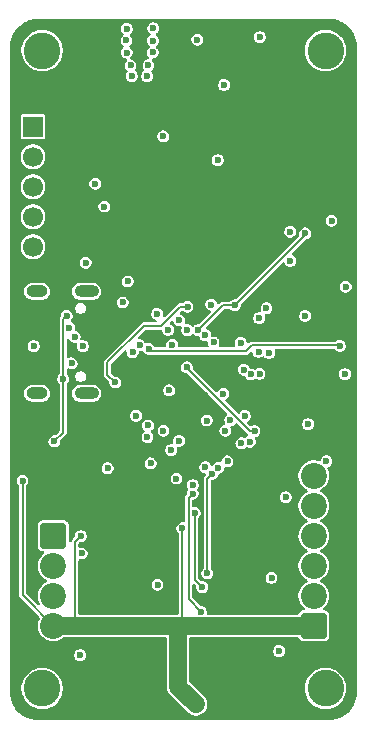
<source format=gbr>
%TF.GenerationSoftware,KiCad,Pcbnew,9.0.3*%
%TF.CreationDate,2025-07-16T21:05:16-05:00*%
%TF.ProjectId,Flight Computer,466c6967-6874-4204-936f-6d7075746572,rev?*%
%TF.SameCoordinates,Original*%
%TF.FileFunction,Copper,L4,Inr*%
%TF.FilePolarity,Positive*%
%FSLAX46Y46*%
G04 Gerber Fmt 4.6, Leading zero omitted, Abs format (unit mm)*
G04 Created by KiCad (PCBNEW 9.0.3) date 2025-07-16 21:05:16*
%MOMM*%
%LPD*%
G01*
G04 APERTURE LIST*
G04 Aperture macros list*
%AMRoundRect*
0 Rectangle with rounded corners*
0 $1 Rounding radius*
0 $2 $3 $4 $5 $6 $7 $8 $9 X,Y pos of 4 corners*
0 Add a 4 corners polygon primitive as box body*
4,1,4,$2,$3,$4,$5,$6,$7,$8,$9,$2,$3,0*
0 Add four circle primitives for the rounded corners*
1,1,$1+$1,$2,$3*
1,1,$1+$1,$4,$5*
1,1,$1+$1,$6,$7*
1,1,$1+$1,$8,$9*
0 Add four rect primitives between the rounded corners*
20,1,$1+$1,$2,$3,$4,$5,0*
20,1,$1+$1,$4,$5,$6,$7,0*
20,1,$1+$1,$6,$7,$8,$9,0*
20,1,$1+$1,$8,$9,$2,$3,0*%
G04 Aperture macros list end*
%TA.AperFunction,ComponentPad*%
%ADD10C,3.100000*%
%TD*%
%TA.AperFunction,ComponentPad*%
%ADD11RoundRect,0.249999X-0.850001X0.850001X-0.850001X-0.850001X0.850001X-0.850001X0.850001X0.850001X0*%
%TD*%
%TA.AperFunction,ComponentPad*%
%ADD12C,2.200000*%
%TD*%
%TA.AperFunction,ComponentPad*%
%ADD13R,1.700000X1.700000*%
%TD*%
%TA.AperFunction,ComponentPad*%
%ADD14C,1.700000*%
%TD*%
%TA.AperFunction,HeatsinkPad*%
%ADD15O,2.100000X1.000000*%
%TD*%
%TA.AperFunction,HeatsinkPad*%
%ADD16O,1.800000X1.000000*%
%TD*%
%TA.AperFunction,ComponentPad*%
%ADD17RoundRect,0.249999X0.850001X-0.850001X0.850001X0.850001X-0.850001X0.850001X-0.850001X-0.850001X0*%
%TD*%
%TA.AperFunction,ViaPad*%
%ADD18C,0.600000*%
%TD*%
%TA.AperFunction,Conductor*%
%ADD19C,0.200000*%
%TD*%
%TA.AperFunction,Conductor*%
%ADD20C,1.500000*%
%TD*%
G04 APERTURE END LIST*
D10*
%TO.N,GND*%
%TO.C,H504*%
X124700000Y-109500000D03*
%TD*%
%TO.N,GND*%
%TO.C,H501*%
X100700000Y-55500000D03*
%TD*%
D11*
%TO.N,GND*%
%TO.C,J504*%
X101640000Y-96580000D03*
D12*
%TO.N,/Pyro3*%
X101640000Y-99120000D03*
%TO.N,GND*%
X101640000Y-101659999D03*
%TO.N,VCC*%
X101640000Y-104200000D03*
%TD*%
D13*
%TO.N,/Servo1*%
%TO.C,J507*%
X99920000Y-61950000D03*
D14*
%TO.N,/Servo2*%
X99920000Y-64490000D03*
%TO.N,/Servo3*%
X99920000Y-67030000D03*
%TO.N,/Servo4*%
X99920000Y-69570000D03*
%TO.N,GND*%
X99920000Y-72110000D03*
%TD*%
D15*
%TO.N,GND*%
%TO.C,J502*%
X104455000Y-75890000D03*
D16*
X100275000Y-75890000D03*
D15*
X104455000Y-84530000D03*
D16*
X100275000Y-84530000D03*
%TD*%
D17*
%TO.N,VCC*%
%TO.C,J503*%
X123700000Y-104200000D03*
D12*
%TO.N,Pyro_Power*%
X123700000Y-101660000D03*
%TO.N,/Pyro1*%
X123700000Y-99120001D03*
%TO.N,GND*%
X123700000Y-96580000D03*
%TO.N,/Pyro2*%
X123700000Y-94040000D03*
%TO.N,GND*%
X123700000Y-91500000D03*
%TD*%
D10*
%TO.N,GND*%
%TO.C,H503*%
X100700000Y-109500000D03*
%TD*%
%TO.N,GND*%
%TO.C,H502*%
X124700000Y-55500000D03*
%TD*%
D18*
%TO.N,GND*%
X107520000Y-76830000D03*
X120760000Y-106340000D03*
X119910000Y-81100000D03*
X110050000Y-55660000D03*
X109890000Y-90450000D03*
X126340000Y-82890000D03*
X109580000Y-57670000D03*
X108180000Y-56750000D03*
X107870000Y-53660000D03*
X126400000Y-75500000D03*
X107860000Y-55670000D03*
X116100000Y-58410000D03*
X114640000Y-86830000D03*
X113840000Y-54580000D03*
X112070000Y-91740000D03*
X107840000Y-54650000D03*
X110110000Y-53610000D03*
X108290000Y-57660000D03*
X110080000Y-54670000D03*
X123210000Y-87130000D03*
X111370000Y-79160000D03*
X104390000Y-73460000D03*
X108650000Y-86430000D03*
X109700000Y-56740000D03*
X111620000Y-89330000D03*
X114510000Y-90780000D03*
X110950000Y-62770000D03*
X99990000Y-80520000D03*
%TO.N,+3.3V*%
X108915000Y-94035000D03*
X119641714Y-86558286D03*
X116590000Y-54350000D03*
X117270000Y-108500000D03*
X101360000Y-90670000D03*
X113930000Y-91330000D03*
X109551789Y-80016472D03*
X119712646Y-90702646D03*
X119400000Y-64000000D03*
X126470000Y-87640000D03*
X105100000Y-87260000D03*
X117010000Y-58400000D03*
X111180000Y-85440000D03*
X107660000Y-108500000D03*
X119570000Y-79710000D03*
X114497354Y-84652646D03*
X111170000Y-58030000D03*
X115590000Y-68670000D03*
%TO.N,VCC*%
X112565000Y-95950000D03*
X103970000Y-96610000D03*
X113719500Y-110850938D03*
X99040000Y-91920000D03*
X116420000Y-104200000D03*
%TO.N,/SWDIO*%
X109705958Y-80754042D03*
X125900000Y-80500000D03*
%TO.N,/NRST*%
X116395000Y-90275000D03*
%TO.N,/SWCLK*%
X114492638Y-79591085D03*
%TO.N,/USB_DP_N*%
X108359479Y-81040521D03*
X104152385Y-80532907D03*
X103457906Y-79736802D03*
%TO.N,/USB_DP_P*%
X108960521Y-80439479D03*
%TO.N,Pyro_Power*%
X104040101Y-98080101D03*
X121330000Y-93313000D03*
X103910000Y-106690000D03*
X120120000Y-100150000D03*
%TO.N,/I2C_SDA*%
X109617646Y-88227646D03*
X117520000Y-80260000D03*
X105970000Y-68710000D03*
%TO.N,/I2C_SCL*%
X109660000Y-87240000D03*
X106240000Y-90860000D03*
X107948000Y-75050000D03*
%TO.N,/SPI_SCK*%
X113900000Y-79170000D03*
X122980000Y-70980000D03*
X112950000Y-82320000D03*
X117010000Y-77066000D03*
X118682002Y-87720000D03*
%TO.N,/SPI_MOSI*%
X116210000Y-87690000D03*
X110967000Y-87690000D03*
X119060000Y-78150000D03*
%TO.N,/SPI_CS1*%
X119126000Y-54356000D03*
X118277840Y-88623880D03*
%TO.N,/SPI_MISO*%
X112983751Y-79168246D03*
X111715811Y-80409479D03*
X121700306Y-73310000D03*
X112299749Y-88540000D03*
%TO.N,/Pyro1_Cont*%
X113441052Y-93018726D03*
X114140000Y-103023000D03*
%TO.N,/Pyro2_Cont*%
X113454192Y-92286575D03*
%TO.N,/{slash}GPS_SAFEBOOT*%
X105200000Y-66780000D03*
%TO.N,/Armed*%
X113620000Y-94650000D03*
X114260000Y-100933000D03*
%TO.N,/Pyro2_Trigger*%
X114690000Y-99750000D03*
X115099920Y-91337985D03*
%TO.N,/Pyro3_Trigger*%
X115620000Y-90830000D03*
X110470000Y-100720000D03*
%TO.N,/MCU/FLASH_CS*%
X119690000Y-77310000D03*
X118376000Y-82928998D03*
%TO.N,/MCU/{slash}FLASH_WP*%
X116632710Y-86788001D03*
X122970000Y-77960000D03*
%TO.N,/MCU/{slash}FLASH_RESET*%
X121700000Y-70830000D03*
X119101670Y-82885031D03*
%TO.N,/BARO_CS*%
X116050000Y-84550000D03*
%TO.N,/IMU_INT2*%
X119030000Y-81020000D03*
%TO.N,/LORA_SEL*%
X117776781Y-82517334D03*
X115010646Y-77005354D03*
%TO.N,/LORA_RESET*%
X106890000Y-83600000D03*
X113010000Y-77190000D03*
%TO.N,/LORA_DIO0*%
X117563347Y-88758165D03*
X125200000Y-69900000D03*
%TO.N,/IMU_INT1*%
X111446050Y-84264284D03*
%TO.N,/IMU_CS*%
X115213000Y-80217088D03*
%TO.N,/GPS_TX*%
X110430000Y-77790000D03*
%TO.N,/GPS_INT*%
X117856000Y-86442003D03*
X115570000Y-64770000D03*
%TO.N,/GPS_RX*%
X112320000Y-78340000D03*
%TO.N,VBUS*%
X101730000Y-88590000D03*
X102475000Y-83315000D03*
X102780000Y-77960000D03*
%TO.N,Net-(J502-CC2)*%
X103200000Y-81980000D03*
%TO.N,Net-(J502-CC1)*%
X102999000Y-78960000D03*
%TO.N,Net-(R709-Pad2)*%
X124770000Y-90270000D03*
%TD*%
D19*
%TO.N,VCC*%
X99040000Y-101600000D02*
X101640000Y-104200000D01*
D20*
X112238562Y-109370000D02*
X113719500Y-110850938D01*
X112220000Y-104200000D02*
X116420000Y-104200000D01*
D19*
X103470000Y-103680000D02*
X102950000Y-104200000D01*
D20*
X102950000Y-104200000D02*
X109250000Y-104200000D01*
X112220000Y-109370000D02*
X112238562Y-109370000D01*
D19*
X112565000Y-95950000D02*
X112565000Y-103855000D01*
D20*
X112220000Y-104200000D02*
X112220000Y-109370000D01*
D19*
X103470000Y-97110000D02*
X103470000Y-103680000D01*
D20*
X116420000Y-104200000D02*
X123700000Y-104200000D01*
D19*
X99040000Y-91920000D02*
X99040000Y-95240000D01*
D20*
X101640000Y-104200000D02*
X102950000Y-104200000D01*
D19*
X103970000Y-96610000D02*
X103470000Y-97110000D01*
D20*
X109250000Y-104200000D02*
X112220000Y-104200000D01*
D19*
X99040000Y-95240000D02*
X99040000Y-101600000D01*
%TO.N,/SWDIO*%
X117973521Y-80936479D02*
X109888395Y-80936479D01*
X109888395Y-80936479D02*
X109705958Y-80754042D01*
X118470000Y-80440000D02*
X117973521Y-80936479D01*
X125840000Y-80440000D02*
X118470000Y-80440000D01*
X125900000Y-80500000D02*
X125840000Y-80440000D01*
%TO.N,/SPI_SCK*%
X113900000Y-79170000D02*
X116004000Y-77066000D01*
X112950000Y-82320000D02*
X112950000Y-82360000D01*
X122980000Y-71096000D02*
X117010000Y-77066000D01*
X118310000Y-87720000D02*
X118682002Y-87720000D01*
X122980000Y-70980000D02*
X122980000Y-71096000D01*
X116004000Y-77066000D02*
X117010000Y-77066000D01*
X112950000Y-82360000D02*
X118310000Y-87720000D01*
%TO.N,/Pyro1_Cont*%
X113092000Y-93367778D02*
X113441052Y-93018726D01*
X113092000Y-101975000D02*
X113092000Y-93367778D01*
X114140000Y-103023000D02*
X113092000Y-101975000D01*
%TO.N,/Armed*%
X114260000Y-100933000D02*
X113620000Y-100293000D01*
X113620000Y-100293000D02*
X113620000Y-94650000D01*
%TO.N,/Pyro2_Trigger*%
X114690000Y-91747905D02*
X115099920Y-91337985D01*
X114690000Y-99750000D02*
X114690000Y-91747905D01*
%TO.N,/LORA_RESET*%
X110780000Y-78820000D02*
X112410000Y-77190000D01*
X106890000Y-83600000D02*
X106230000Y-82940000D01*
X112410000Y-77190000D02*
X113010000Y-77190000D01*
X106230000Y-82940000D02*
X106230000Y-81910000D01*
X109320000Y-78820000D02*
X110780000Y-78820000D01*
X106230000Y-81910000D02*
X109320000Y-78820000D01*
%TO.N,VBUS*%
X102475000Y-83315000D02*
X102475000Y-87845000D01*
X102472000Y-82782000D02*
X102475000Y-82785000D01*
X102475000Y-82785000D02*
X102475000Y-83315000D01*
X102780000Y-77960000D02*
X102472000Y-78268000D01*
X102475000Y-87845000D02*
X101730000Y-88590000D01*
X102472000Y-78268000D02*
X102472000Y-82782000D01*
%TD*%
%TA.AperFunction,Conductor*%
%TO.N,+3.3V*%
G36*
X111756291Y-78371191D02*
G01*
X111812225Y-78413062D01*
X111832733Y-78455279D01*
X111853608Y-78533186D01*
X111919500Y-78647314D01*
X112012686Y-78740500D01*
X112126814Y-78806392D01*
X112254108Y-78840500D01*
X112254110Y-78840500D01*
X112391815Y-78840500D01*
X112458854Y-78860185D01*
X112504609Y-78912989D01*
X112514553Y-78982147D01*
X112511593Y-78996578D01*
X112483251Y-79102354D01*
X112483251Y-79102356D01*
X112483251Y-79234137D01*
X112517359Y-79361433D01*
X112526132Y-79376628D01*
X112583251Y-79475560D01*
X112676437Y-79568746D01*
X112790565Y-79634638D01*
X112917859Y-79668746D01*
X112917861Y-79668746D01*
X113049641Y-79668746D01*
X113049643Y-79668746D01*
X113176937Y-79634638D01*
X113291065Y-79568746D01*
X113353320Y-79506490D01*
X113414639Y-79473008D01*
X113484331Y-79477992D01*
X113528679Y-79506493D01*
X113592686Y-79570500D01*
X113706814Y-79636392D01*
X113834108Y-79670500D01*
X113834110Y-79670500D01*
X113900613Y-79670500D01*
X113967652Y-79690185D01*
X114013407Y-79742989D01*
X114020388Y-79762407D01*
X114026246Y-79784272D01*
X114044904Y-79816588D01*
X114092138Y-79898399D01*
X114185324Y-79991585D01*
X114299452Y-80057477D01*
X114426746Y-80091585D01*
X114426748Y-80091585D01*
X114558528Y-80091585D01*
X114558530Y-80091585D01*
X114558531Y-80091584D01*
X114566586Y-80090524D01*
X114566833Y-80092403D01*
X114626248Y-80093813D01*
X114684113Y-80132971D01*
X114711622Y-80197198D01*
X114712500Y-80211928D01*
X114712500Y-80282980D01*
X114731407Y-80353544D01*
X114746609Y-80410276D01*
X114746609Y-80410277D01*
X114769531Y-80449979D01*
X114786004Y-80517879D01*
X114763151Y-80583906D01*
X114708230Y-80627097D01*
X114662144Y-80635979D01*
X112334876Y-80635979D01*
X112267837Y-80616294D01*
X112222082Y-80563490D01*
X112212138Y-80494332D01*
X112215101Y-80479887D01*
X112215173Y-80479614D01*
X112216311Y-80475371D01*
X112216311Y-80343587D01*
X112182203Y-80216293D01*
X112180120Y-80212686D01*
X112136597Y-80137302D01*
X112116311Y-80102165D01*
X112023125Y-80008979D01*
X111960958Y-79973087D01*
X111908998Y-79943087D01*
X111820199Y-79919294D01*
X111781703Y-79908979D01*
X111649919Y-79908979D01*
X111522623Y-79943087D01*
X111408497Y-80008979D01*
X111408494Y-80008981D01*
X111315313Y-80102162D01*
X111315311Y-80102165D01*
X111249419Y-80216291D01*
X111215311Y-80343587D01*
X111215311Y-80475372D01*
X111216521Y-80479887D01*
X111214858Y-80549737D01*
X111175694Y-80607599D01*
X111111465Y-80635102D01*
X111096746Y-80635979D01*
X110286321Y-80635979D01*
X110219282Y-80616294D01*
X110177033Y-80567537D01*
X110176414Y-80567895D01*
X110174557Y-80564678D01*
X110173527Y-80563490D01*
X110172473Y-80561069D01*
X110147537Y-80517879D01*
X110106458Y-80446728D01*
X110013272Y-80353542D01*
X109932337Y-80306814D01*
X109899145Y-80287650D01*
X109835497Y-80270596D01*
X109771850Y-80253542D01*
X109640066Y-80253542D01*
X109563585Y-80274035D01*
X109551000Y-80277407D01*
X109481150Y-80275744D01*
X109423288Y-80236581D01*
X109411520Y-80219632D01*
X109407072Y-80211928D01*
X109361021Y-80132165D01*
X109267835Y-80038979D01*
X109199456Y-79999500D01*
X109153708Y-79973087D01*
X109077569Y-79952686D01*
X109026413Y-79938979D01*
X108925354Y-79938979D01*
X108858315Y-79919294D01*
X108812560Y-79866490D01*
X108802616Y-79797332D01*
X108831641Y-79733776D01*
X108837673Y-79727298D01*
X109408152Y-79156819D01*
X109469475Y-79123334D01*
X109495833Y-79120500D01*
X110746880Y-79120500D01*
X110813919Y-79140185D01*
X110859674Y-79192989D01*
X110866907Y-79218173D01*
X110867397Y-79218042D01*
X110869500Y-79225890D01*
X110869500Y-79225892D01*
X110888660Y-79297399D01*
X110903608Y-79353187D01*
X110908369Y-79361433D01*
X110969500Y-79467314D01*
X111062686Y-79560500D01*
X111176814Y-79626392D01*
X111304108Y-79660500D01*
X111304110Y-79660500D01*
X111435890Y-79660500D01*
X111435892Y-79660500D01*
X111563186Y-79626392D01*
X111677314Y-79560500D01*
X111770500Y-79467314D01*
X111836392Y-79353186D01*
X111870500Y-79225892D01*
X111870500Y-79094108D01*
X111836392Y-78966814D01*
X111770500Y-78852686D01*
X111677314Y-78759500D01*
X111625451Y-78729557D01*
X111556165Y-78689554D01*
X111538913Y-78671460D01*
X111518898Y-78656478D01*
X111515217Y-78646609D01*
X111507949Y-78638987D01*
X111503218Y-78614438D01*
X111494481Y-78591014D01*
X111496719Y-78580721D01*
X111494727Y-78570380D01*
X111504017Y-78547174D01*
X111509332Y-78522741D01*
X111518933Y-78509914D01*
X111520695Y-78505515D01*
X111530469Y-78494500D01*
X111625281Y-78399689D01*
X111686599Y-78366207D01*
X111756291Y-78371191D01*
G37*
%TD.AperFunction*%
%TA.AperFunction,Conductor*%
G36*
X124973736Y-52800726D02*
G01*
X125251742Y-52817542D01*
X125266605Y-52819347D01*
X125341845Y-52833135D01*
X125536866Y-52868874D01*
X125551395Y-52872455D01*
X125813713Y-52954197D01*
X125827709Y-52959505D01*
X126078264Y-53072270D01*
X126091522Y-53079228D01*
X126326658Y-53221373D01*
X126338969Y-53229871D01*
X126495728Y-53352683D01*
X126555261Y-53399324D01*
X126566469Y-53409254D01*
X126760745Y-53603530D01*
X126770675Y-53614738D01*
X126940124Y-53831024D01*
X126948630Y-53843347D01*
X127090770Y-54078476D01*
X127097729Y-54091735D01*
X127210494Y-54342290D01*
X127215803Y-54356290D01*
X127297542Y-54618597D01*
X127301126Y-54633137D01*
X127350652Y-54903394D01*
X127352457Y-54918258D01*
X127369274Y-55196263D01*
X127369500Y-55203750D01*
X127369500Y-109796249D01*
X127369274Y-109803736D01*
X127352457Y-110081741D01*
X127350652Y-110096605D01*
X127301126Y-110366862D01*
X127297542Y-110381402D01*
X127215803Y-110643709D01*
X127210494Y-110657709D01*
X127097729Y-110908264D01*
X127090770Y-110921523D01*
X126948630Y-111156652D01*
X126940124Y-111168975D01*
X126770675Y-111385261D01*
X126760745Y-111396469D01*
X126566469Y-111590745D01*
X126555261Y-111600675D01*
X126338975Y-111770124D01*
X126326652Y-111778630D01*
X126091523Y-111920770D01*
X126078264Y-111927729D01*
X125827709Y-112040494D01*
X125813709Y-112045803D01*
X125551402Y-112127542D01*
X125536862Y-112131126D01*
X125266605Y-112180652D01*
X125251741Y-112182457D01*
X124973736Y-112199274D01*
X124966249Y-112199500D01*
X100373752Y-112199500D01*
X100366265Y-112199274D01*
X100088259Y-112182457D01*
X100073394Y-112180652D01*
X99803134Y-112131125D01*
X99788600Y-112127543D01*
X99526282Y-112045802D01*
X99512292Y-112040496D01*
X99261736Y-111927730D01*
X99248477Y-111920771D01*
X99051076Y-111801438D01*
X99013344Y-111778628D01*
X99001024Y-111770124D01*
X98902915Y-111693261D01*
X98784738Y-111600675D01*
X98773530Y-111590745D01*
X98579254Y-111396469D01*
X98569324Y-111385261D01*
X98440280Y-111220548D01*
X98399871Y-111168969D01*
X98391373Y-111156658D01*
X98249225Y-110921516D01*
X98242270Y-110908264D01*
X98129501Y-110657702D01*
X98124200Y-110643726D01*
X98042453Y-110381387D01*
X98038874Y-110366865D01*
X97989347Y-110096605D01*
X97987542Y-110081740D01*
X97970726Y-109803735D01*
X97970500Y-109796248D01*
X97970500Y-109385258D01*
X98949500Y-109385258D01*
X98949500Y-109614741D01*
X98967625Y-109752404D01*
X98979452Y-109842238D01*
X99015269Y-109975911D01*
X99038842Y-110063887D01*
X99126650Y-110275876D01*
X99126657Y-110275890D01*
X99241392Y-110474617D01*
X99381081Y-110656661D01*
X99381089Y-110656670D01*
X99543330Y-110818911D01*
X99543338Y-110818918D01*
X99725382Y-110958607D01*
X99725385Y-110958608D01*
X99725388Y-110958611D01*
X99924112Y-111073344D01*
X99924117Y-111073346D01*
X99924123Y-111073349D01*
X100015480Y-111111190D01*
X100136113Y-111161158D01*
X100357762Y-111220548D01*
X100585266Y-111250500D01*
X100585273Y-111250500D01*
X100814727Y-111250500D01*
X100814734Y-111250500D01*
X101042238Y-111220548D01*
X101263887Y-111161158D01*
X101475888Y-111073344D01*
X101674612Y-110958611D01*
X101856661Y-110818919D01*
X101856665Y-110818914D01*
X101856670Y-110818911D01*
X102018911Y-110656670D01*
X102018914Y-110656665D01*
X102018919Y-110656661D01*
X102158611Y-110474612D01*
X102273344Y-110275888D01*
X102361158Y-110063887D01*
X102420548Y-109842238D01*
X102450500Y-109614734D01*
X102450500Y-109385266D01*
X102420548Y-109157762D01*
X102361158Y-108936113D01*
X102273344Y-108724112D01*
X102158611Y-108525388D01*
X102158608Y-108525385D01*
X102158607Y-108525382D01*
X102018918Y-108343338D01*
X102018911Y-108343330D01*
X101856670Y-108181089D01*
X101856661Y-108181081D01*
X101674617Y-108041392D01*
X101475890Y-107926657D01*
X101475876Y-107926650D01*
X101263887Y-107838842D01*
X101042238Y-107779452D01*
X101004215Y-107774446D01*
X100814741Y-107749500D01*
X100814734Y-107749500D01*
X100585266Y-107749500D01*
X100585258Y-107749500D01*
X100368715Y-107778009D01*
X100357762Y-107779452D01*
X100264076Y-107804554D01*
X100136112Y-107838842D01*
X99924123Y-107926650D01*
X99924109Y-107926657D01*
X99725382Y-108041392D01*
X99543338Y-108181081D01*
X99381081Y-108343338D01*
X99241392Y-108525382D01*
X99126657Y-108724109D01*
X99126650Y-108724123D01*
X99038842Y-108936112D01*
X98979453Y-109157759D01*
X98979451Y-109157770D01*
X98949500Y-109385258D01*
X97970500Y-109385258D01*
X97970500Y-106624108D01*
X103409500Y-106624108D01*
X103409500Y-106755891D01*
X103443608Y-106883187D01*
X103476554Y-106940250D01*
X103509500Y-106997314D01*
X103602686Y-107090500D01*
X103716814Y-107156392D01*
X103844108Y-107190500D01*
X103844110Y-107190500D01*
X103975890Y-107190500D01*
X103975892Y-107190500D01*
X104103186Y-107156392D01*
X104217314Y-107090500D01*
X104310500Y-106997314D01*
X104376392Y-106883186D01*
X104410500Y-106755892D01*
X104410500Y-106624108D01*
X104376392Y-106496814D01*
X104310500Y-106382686D01*
X104217314Y-106289500D01*
X104160250Y-106256554D01*
X104103187Y-106223608D01*
X104039539Y-106206554D01*
X103975892Y-106189500D01*
X103844108Y-106189500D01*
X103716812Y-106223608D01*
X103602686Y-106289500D01*
X103602683Y-106289502D01*
X103509502Y-106382683D01*
X103509500Y-106382686D01*
X103443608Y-106496812D01*
X103409500Y-106624108D01*
X97970500Y-106624108D01*
X97970500Y-91854108D01*
X98539500Y-91854108D01*
X98539500Y-91985891D01*
X98573608Y-92113187D01*
X98606554Y-92170250D01*
X98639500Y-92227314D01*
X98639502Y-92227316D01*
X98703181Y-92290995D01*
X98736666Y-92352318D01*
X98739500Y-92378676D01*
X98739500Y-95200438D01*
X98739500Y-101639562D01*
X98753152Y-101690513D01*
X98759979Y-101715990D01*
X98759980Y-101715991D01*
X98786746Y-101762351D01*
X98786747Y-101762352D01*
X98799539Y-101784510D01*
X100465934Y-103450905D01*
X100499419Y-103512228D01*
X100494435Y-103581920D01*
X100488738Y-103594880D01*
X100434782Y-103700773D01*
X100371522Y-103895465D01*
X100339500Y-104097648D01*
X100339500Y-104302351D01*
X100371522Y-104504534D01*
X100434781Y-104699223D01*
X100527715Y-104881613D01*
X100648028Y-105047213D01*
X100792786Y-105191971D01*
X100906380Y-105274500D01*
X100958390Y-105312287D01*
X101074607Y-105371503D01*
X101140776Y-105405218D01*
X101140778Y-105405218D01*
X101140781Y-105405220D01*
X101245137Y-105439127D01*
X101335465Y-105468477D01*
X101436557Y-105484488D01*
X101537648Y-105500500D01*
X101537649Y-105500500D01*
X101742351Y-105500500D01*
X101742352Y-105500500D01*
X101944534Y-105468477D01*
X102139219Y-105405220D01*
X102321610Y-105312287D01*
X102429987Y-105233547D01*
X102487213Y-105191971D01*
X102487215Y-105191968D01*
X102487219Y-105191966D01*
X102492366Y-105186819D01*
X102553689Y-105153334D01*
X102580047Y-105150500D01*
X102856384Y-105150500D01*
X109156384Y-105150500D01*
X111145500Y-105150500D01*
X111212539Y-105170185D01*
X111258294Y-105222989D01*
X111269500Y-105274500D01*
X111269500Y-109463620D01*
X111306025Y-109647243D01*
X111306027Y-109647251D01*
X111377676Y-109820228D01*
X111377681Y-109820237D01*
X111481697Y-109975907D01*
X111481700Y-109975911D01*
X111614088Y-110108299D01*
X111614092Y-110108302D01*
X111659876Y-110138893D01*
X111678666Y-110154314D01*
X113113588Y-111589237D01*
X113113592Y-111589240D01*
X113269263Y-111693257D01*
X113269276Y-111693264D01*
X113399005Y-111746998D01*
X113442250Y-111764911D01*
X113442252Y-111764911D01*
X113442257Y-111764913D01*
X113625879Y-111801437D01*
X113625883Y-111801438D01*
X113625884Y-111801438D01*
X113813119Y-111801438D01*
X113813120Y-111801437D01*
X113874328Y-111789262D01*
X113996742Y-111764913D01*
X113996745Y-111764911D01*
X113996750Y-111764911D01*
X114169731Y-111693261D01*
X114325409Y-111589240D01*
X114457802Y-111456847D01*
X114561823Y-111301169D01*
X114633473Y-111128188D01*
X114670000Y-110944555D01*
X114670000Y-110757322D01*
X114650186Y-110657709D01*
X114633475Y-110573695D01*
X114633472Y-110573686D01*
X114561826Y-110400714D01*
X114561819Y-110400701D01*
X114457802Y-110245030D01*
X114457799Y-110245026D01*
X113598031Y-109385258D01*
X122949500Y-109385258D01*
X122949500Y-109614741D01*
X122967625Y-109752404D01*
X122979452Y-109842238D01*
X123015269Y-109975911D01*
X123038842Y-110063887D01*
X123126650Y-110275876D01*
X123126657Y-110275890D01*
X123241392Y-110474617D01*
X123381081Y-110656661D01*
X123381089Y-110656670D01*
X123543330Y-110818911D01*
X123543338Y-110818918D01*
X123725382Y-110958607D01*
X123725385Y-110958608D01*
X123725388Y-110958611D01*
X123924112Y-111073344D01*
X123924117Y-111073346D01*
X123924123Y-111073349D01*
X124015480Y-111111190D01*
X124136113Y-111161158D01*
X124357762Y-111220548D01*
X124585266Y-111250500D01*
X124585273Y-111250500D01*
X124814727Y-111250500D01*
X124814734Y-111250500D01*
X125042238Y-111220548D01*
X125263887Y-111161158D01*
X125475888Y-111073344D01*
X125674612Y-110958611D01*
X125856661Y-110818919D01*
X125856665Y-110818914D01*
X125856670Y-110818911D01*
X126018911Y-110656670D01*
X126018914Y-110656665D01*
X126018919Y-110656661D01*
X126158611Y-110474612D01*
X126273344Y-110275888D01*
X126361158Y-110063887D01*
X126420548Y-109842238D01*
X126450500Y-109614734D01*
X126450500Y-109385266D01*
X126420548Y-109157762D01*
X126361158Y-108936113D01*
X126273344Y-108724112D01*
X126158611Y-108525388D01*
X126158608Y-108525385D01*
X126158607Y-108525382D01*
X126018918Y-108343338D01*
X126018911Y-108343330D01*
X125856670Y-108181089D01*
X125856661Y-108181081D01*
X125674617Y-108041392D01*
X125475890Y-107926657D01*
X125475876Y-107926650D01*
X125263887Y-107838842D01*
X125042238Y-107779452D01*
X125004215Y-107774446D01*
X124814741Y-107749500D01*
X124814734Y-107749500D01*
X124585266Y-107749500D01*
X124585258Y-107749500D01*
X124368715Y-107778009D01*
X124357762Y-107779452D01*
X124264076Y-107804554D01*
X124136112Y-107838842D01*
X123924123Y-107926650D01*
X123924109Y-107926657D01*
X123725382Y-108041392D01*
X123543338Y-108181081D01*
X123381081Y-108343338D01*
X123241392Y-108525382D01*
X123126657Y-108724109D01*
X123126650Y-108724123D01*
X123038842Y-108936112D01*
X122979453Y-109157759D01*
X122979451Y-109157770D01*
X122949500Y-109385258D01*
X113598031Y-109385258D01*
X113206819Y-108994046D01*
X113173334Y-108932723D01*
X113170500Y-108906365D01*
X113170500Y-106274108D01*
X120259500Y-106274108D01*
X120259500Y-106405891D01*
X120293608Y-106533187D01*
X120326554Y-106590250D01*
X120359500Y-106647314D01*
X120452686Y-106740500D01*
X120566814Y-106806392D01*
X120694108Y-106840500D01*
X120694110Y-106840500D01*
X120825890Y-106840500D01*
X120825892Y-106840500D01*
X120953186Y-106806392D01*
X121067314Y-106740500D01*
X121160500Y-106647314D01*
X121226392Y-106533186D01*
X121260500Y-106405892D01*
X121260500Y-106274108D01*
X121226392Y-106146814D01*
X121160500Y-106032686D01*
X121067314Y-105939500D01*
X121010250Y-105906554D01*
X120953187Y-105873608D01*
X120889539Y-105856554D01*
X120825892Y-105839500D01*
X120694108Y-105839500D01*
X120566812Y-105873608D01*
X120452686Y-105939500D01*
X120452683Y-105939502D01*
X120359502Y-106032683D01*
X120359500Y-106032686D01*
X120293608Y-106146812D01*
X120259500Y-106274108D01*
X113170500Y-106274108D01*
X113170500Y-105274500D01*
X113190185Y-105207461D01*
X113242989Y-105161706D01*
X113294500Y-105150500D01*
X116326384Y-105150500D01*
X122319900Y-105150500D01*
X122386939Y-105170185D01*
X122432694Y-105222989D01*
X122436942Y-105233547D01*
X122447205Y-105262880D01*
X122447206Y-105262882D01*
X122527849Y-105372150D01*
X122572655Y-105405218D01*
X122637117Y-105452793D01*
X122679844Y-105467744D01*
X122765298Y-105497646D01*
X122772323Y-105498304D01*
X122795733Y-105500500D01*
X124604266Y-105500499D01*
X124634700Y-105497646D01*
X124762883Y-105452793D01*
X124872150Y-105372150D01*
X124952793Y-105262883D01*
X124977606Y-105191971D01*
X124997646Y-105134702D01*
X124997646Y-105134700D01*
X125000500Y-105104267D01*
X125000499Y-103295734D01*
X124997646Y-103265300D01*
X124991810Y-103248623D01*
X124952793Y-103137117D01*
X124872150Y-103027849D01*
X124797120Y-102972475D01*
X124762883Y-102947207D01*
X124762881Y-102947206D01*
X124634701Y-102902353D01*
X124604271Y-102899500D01*
X124604267Y-102899500D01*
X124588151Y-102899500D01*
X124521112Y-102879815D01*
X124475357Y-102827011D01*
X124465413Y-102757853D01*
X124494438Y-102694297D01*
X124515266Y-102675182D01*
X124547213Y-102651971D01*
X124547215Y-102651968D01*
X124547219Y-102651966D01*
X124691966Y-102507219D01*
X124691968Y-102507215D01*
X124691971Y-102507213D01*
X124780652Y-102385152D01*
X124812287Y-102341610D01*
X124905220Y-102159219D01*
X124968477Y-101964534D01*
X125000500Y-101762352D01*
X125000500Y-101557648D01*
X124993246Y-101511848D01*
X124968477Y-101355465D01*
X124931062Y-101240314D01*
X124905220Y-101160781D01*
X124905218Y-101160778D01*
X124905218Y-101160776D01*
X124837215Y-101027314D01*
X124812287Y-100978390D01*
X124764914Y-100913186D01*
X124691971Y-100812786D01*
X124547213Y-100668028D01*
X124381613Y-100547715D01*
X124381612Y-100547714D01*
X124381610Y-100547713D01*
X124288920Y-100500485D01*
X124238124Y-100452510D01*
X124221329Y-100384689D01*
X124243866Y-100318554D01*
X124288919Y-100279516D01*
X124381610Y-100232288D01*
X124431144Y-100196299D01*
X124547213Y-100111972D01*
X124547215Y-100111969D01*
X124547219Y-100111967D01*
X124691966Y-99967220D01*
X124691968Y-99967216D01*
X124691971Y-99967214D01*
X124744732Y-99894591D01*
X124812287Y-99801611D01*
X124905220Y-99619220D01*
X124968477Y-99424535D01*
X125000500Y-99222353D01*
X125000500Y-99017649D01*
X124994797Y-98981644D01*
X124968477Y-98815466D01*
X124905218Y-98620777D01*
X124844888Y-98502374D01*
X124812287Y-98438391D01*
X124775251Y-98387415D01*
X124691971Y-98272787D01*
X124547213Y-98128029D01*
X124381613Y-98007716D01*
X124381612Y-98007715D01*
X124381610Y-98007714D01*
X124288917Y-97960484D01*
X124238122Y-97912510D01*
X124221327Y-97844689D01*
X124243864Y-97778554D01*
X124288917Y-97739516D01*
X124381610Y-97692287D01*
X124449612Y-97642881D01*
X124547213Y-97571971D01*
X124547215Y-97571968D01*
X124547219Y-97571966D01*
X124691966Y-97427219D01*
X124691968Y-97427215D01*
X124691971Y-97427213D01*
X124744732Y-97354590D01*
X124812287Y-97261610D01*
X124905220Y-97079219D01*
X124968477Y-96884534D01*
X125000500Y-96682352D01*
X125000500Y-96477648D01*
X124980985Y-96354434D01*
X124968477Y-96275465D01*
X124925497Y-96143187D01*
X124905220Y-96080781D01*
X124905218Y-96080778D01*
X124905218Y-96080776D01*
X124871503Y-96014607D01*
X124812287Y-95898390D01*
X124801911Y-95884108D01*
X124691971Y-95732786D01*
X124547213Y-95588028D01*
X124381614Y-95467715D01*
X124354055Y-95453673D01*
X124288917Y-95420483D01*
X124238123Y-95372511D01*
X124221328Y-95304690D01*
X124243865Y-95238555D01*
X124288917Y-95199516D01*
X124381610Y-95152287D01*
X124441636Y-95108676D01*
X124547213Y-95031971D01*
X124547215Y-95031968D01*
X124547219Y-95031966D01*
X124691966Y-94887219D01*
X124691968Y-94887215D01*
X124691971Y-94887213D01*
X124744732Y-94814590D01*
X124812287Y-94721610D01*
X124905220Y-94539219D01*
X124968477Y-94344534D01*
X125000500Y-94142352D01*
X125000500Y-93937648D01*
X124980837Y-93813500D01*
X124968477Y-93735465D01*
X124931062Y-93620314D01*
X124905220Y-93540781D01*
X124905218Y-93540778D01*
X124905218Y-93540776D01*
X124871503Y-93474607D01*
X124812287Y-93358390D01*
X124790365Y-93328217D01*
X124691971Y-93192786D01*
X124547213Y-93048028D01*
X124381614Y-92927715D01*
X124351753Y-92912500D01*
X124288917Y-92880483D01*
X124238123Y-92832511D01*
X124221328Y-92764690D01*
X124243865Y-92698555D01*
X124288917Y-92659516D01*
X124381610Y-92612287D01*
X124426840Y-92579426D01*
X124547213Y-92491971D01*
X124547215Y-92491968D01*
X124547219Y-92491966D01*
X124691966Y-92347219D01*
X124691968Y-92347215D01*
X124691971Y-92347213D01*
X124779082Y-92227313D01*
X124812287Y-92181610D01*
X124905220Y-91999219D01*
X124968477Y-91804534D01*
X125000500Y-91602352D01*
X125000500Y-91397648D01*
X124989214Y-91326391D01*
X124968477Y-91195465D01*
X124905218Y-91000776D01*
X124863171Y-90918255D01*
X124850275Y-90849586D01*
X124876551Y-90784845D01*
X124933658Y-90744588D01*
X124941548Y-90742189D01*
X124963186Y-90736392D01*
X125077314Y-90670500D01*
X125170500Y-90577314D01*
X125236392Y-90463186D01*
X125270500Y-90335892D01*
X125270500Y-90204108D01*
X125236392Y-90076814D01*
X125170500Y-89962686D01*
X125077314Y-89869500D01*
X125009764Y-89830500D01*
X124963187Y-89803608D01*
X124854552Y-89774500D01*
X124835892Y-89769500D01*
X124704108Y-89769500D01*
X124576812Y-89803608D01*
X124462686Y-89869500D01*
X124462683Y-89869502D01*
X124369502Y-89962683D01*
X124369500Y-89962686D01*
X124303608Y-90076814D01*
X124285959Y-90142683D01*
X124275341Y-90182309D01*
X124238976Y-90241969D01*
X124176129Y-90272498D01*
X124117248Y-90268146D01*
X124082366Y-90256812D01*
X124004534Y-90231522D01*
X123829995Y-90203878D01*
X123802352Y-90199500D01*
X123597648Y-90199500D01*
X123573329Y-90203351D01*
X123395465Y-90231522D01*
X123200776Y-90294781D01*
X123018386Y-90387715D01*
X122852786Y-90508028D01*
X122708028Y-90652786D01*
X122587715Y-90818386D01*
X122494781Y-91000776D01*
X122431522Y-91195465D01*
X122399500Y-91397648D01*
X122399500Y-91602351D01*
X122431522Y-91804534D01*
X122494781Y-91999223D01*
X122542761Y-92093387D01*
X122566766Y-92140500D01*
X122587715Y-92181613D01*
X122708028Y-92347213D01*
X122852786Y-92491971D01*
X122973160Y-92579426D01*
X123018390Y-92612287D01*
X123087158Y-92647326D01*
X123111080Y-92659515D01*
X123161876Y-92707490D01*
X123178671Y-92775311D01*
X123156134Y-92841446D01*
X123111080Y-92880485D01*
X123018386Y-92927715D01*
X122852786Y-93048028D01*
X122708028Y-93192786D01*
X122587715Y-93358386D01*
X122494781Y-93540776D01*
X122431522Y-93735465D01*
X122399500Y-93937648D01*
X122399500Y-94142351D01*
X122431522Y-94344534D01*
X122494781Y-94539223D01*
X122587715Y-94721613D01*
X122708028Y-94887213D01*
X122852786Y-95031971D01*
X122958364Y-95108676D01*
X123018390Y-95152287D01*
X123109840Y-95198883D01*
X123111080Y-95199515D01*
X123161876Y-95247490D01*
X123178671Y-95315311D01*
X123156134Y-95381446D01*
X123111080Y-95420485D01*
X123018386Y-95467715D01*
X122852786Y-95588028D01*
X122708028Y-95732786D01*
X122587715Y-95898386D01*
X122494781Y-96080776D01*
X122431522Y-96275465D01*
X122409135Y-96416814D01*
X122399500Y-96477648D01*
X122399500Y-96682352D01*
X122402075Y-96698608D01*
X122431522Y-96884534D01*
X122494781Y-97079223D01*
X122587715Y-97261613D01*
X122708028Y-97427213D01*
X122852786Y-97571971D01*
X123018385Y-97692284D01*
X123018387Y-97692285D01*
X123018390Y-97692287D01*
X123111082Y-97739516D01*
X123161877Y-97787489D01*
X123178672Y-97855310D01*
X123156135Y-97921445D01*
X123111081Y-97960484D01*
X123018391Y-98007712D01*
X123018389Y-98007713D01*
X122852786Y-98128029D01*
X122708028Y-98272787D01*
X122587715Y-98438387D01*
X122494781Y-98620777D01*
X122431522Y-98815466D01*
X122399500Y-99017649D01*
X122399500Y-99222352D01*
X122431522Y-99424535D01*
X122494781Y-99619224D01*
X122510208Y-99649500D01*
X122587712Y-99801610D01*
X122587715Y-99801614D01*
X122708028Y-99967214D01*
X122852786Y-100111972D01*
X123018385Y-100232285D01*
X123018387Y-100232286D01*
X123018390Y-100232288D01*
X123111080Y-100279516D01*
X123161875Y-100327489D01*
X123178670Y-100395310D01*
X123156133Y-100461445D01*
X123111079Y-100500484D01*
X123018391Y-100547711D01*
X123018389Y-100547712D01*
X122852786Y-100668028D01*
X122708028Y-100812786D01*
X122587715Y-100978386D01*
X122494781Y-101160776D01*
X122431522Y-101355465D01*
X122399500Y-101557648D01*
X122399500Y-101762351D01*
X122431522Y-101964534D01*
X122494781Y-102159223D01*
X122558691Y-102284653D01*
X122587712Y-102341609D01*
X122587715Y-102341613D01*
X122708028Y-102507213D01*
X122852782Y-102651967D01*
X122852784Y-102651968D01*
X122884734Y-102675181D01*
X122927400Y-102730510D01*
X122933381Y-102800123D01*
X122900776Y-102861919D01*
X122839938Y-102896277D01*
X122811857Y-102899500D01*
X122795741Y-102899500D01*
X122784937Y-102900513D01*
X122765300Y-102902354D01*
X122765297Y-102902354D01*
X122765296Y-102902355D01*
X122765294Y-102902355D01*
X122637117Y-102947206D01*
X122527849Y-103027849D01*
X122447206Y-103137117D01*
X122447205Y-103137119D01*
X122436942Y-103166453D01*
X122396221Y-103223230D01*
X122331269Y-103248978D01*
X122319900Y-103249500D01*
X114759065Y-103249500D01*
X114692026Y-103229815D01*
X114646271Y-103177011D01*
X114636327Y-103107853D01*
X114639290Y-103093408D01*
X114639362Y-103093135D01*
X114640500Y-103088892D01*
X114640500Y-102957108D01*
X114606392Y-102829814D01*
X114540500Y-102715686D01*
X114447314Y-102622500D01*
X114390250Y-102589554D01*
X114333187Y-102556608D01*
X114269539Y-102539554D01*
X114205892Y-102522500D01*
X114115833Y-102522500D01*
X114048794Y-102502815D01*
X114028152Y-102486181D01*
X113428819Y-101886848D01*
X113395334Y-101825525D01*
X113392500Y-101799167D01*
X113392500Y-100789833D01*
X113398738Y-100768587D01*
X113400318Y-100746499D01*
X113408390Y-100735715D01*
X113412185Y-100722794D01*
X113428918Y-100708294D01*
X113442190Y-100690566D01*
X113454810Y-100685858D01*
X113464989Y-100677039D01*
X113486906Y-100673887D01*
X113507654Y-100666149D01*
X113520814Y-100669011D01*
X113534147Y-100667095D01*
X113554290Y-100676294D01*
X113575927Y-100681001D01*
X113593652Y-100694269D01*
X113597703Y-100696120D01*
X113604181Y-100702152D01*
X113723181Y-100821152D01*
X113756666Y-100882475D01*
X113759500Y-100908833D01*
X113759500Y-100998891D01*
X113793608Y-101126187D01*
X113813581Y-101160780D01*
X113859500Y-101240314D01*
X113952686Y-101333500D01*
X114066814Y-101399392D01*
X114194108Y-101433500D01*
X114194110Y-101433500D01*
X114325890Y-101433500D01*
X114325892Y-101433500D01*
X114453186Y-101399392D01*
X114567314Y-101333500D01*
X114660500Y-101240314D01*
X114726392Y-101126186D01*
X114760500Y-100998892D01*
X114760500Y-100867108D01*
X114726392Y-100739814D01*
X114724025Y-100735715D01*
X114701165Y-100696120D01*
X114660500Y-100625686D01*
X114567314Y-100532500D01*
X114494518Y-100490471D01*
X114453187Y-100466608D01*
X114389539Y-100449554D01*
X114325892Y-100432500D01*
X114235833Y-100432500D01*
X114168794Y-100412815D01*
X114148152Y-100396181D01*
X113956819Y-100204848D01*
X113923334Y-100143525D01*
X113920500Y-100117167D01*
X113920500Y-95108676D01*
X113940185Y-95041637D01*
X113956819Y-95020995D01*
X114020500Y-94957314D01*
X114086392Y-94843186D01*
X114120500Y-94715892D01*
X114120500Y-94584108D01*
X114086392Y-94456814D01*
X114020500Y-94342686D01*
X113927314Y-94249500D01*
X113847500Y-94203419D01*
X113813187Y-94183608D01*
X113749539Y-94166554D01*
X113685892Y-94149500D01*
X113554108Y-94149500D01*
X113554106Y-94149500D01*
X113548592Y-94150978D01*
X113478743Y-94149315D01*
X113420880Y-94110152D01*
X113393377Y-94045923D01*
X113392500Y-94031203D01*
X113392500Y-93643037D01*
X113412185Y-93575998D01*
X113464989Y-93530243D01*
X113500320Y-93520097D01*
X113506932Y-93519226D01*
X113506944Y-93519226D01*
X113634238Y-93485118D01*
X113748366Y-93419226D01*
X113841552Y-93326040D01*
X113907444Y-93211912D01*
X113941552Y-93084618D01*
X113941552Y-92952834D01*
X113907444Y-92825540D01*
X113849900Y-92725871D01*
X113833428Y-92657975D01*
X113852748Y-92602151D01*
X113850628Y-92600927D01*
X113854690Y-92593890D01*
X113854692Y-92593889D01*
X113920584Y-92479761D01*
X113954692Y-92352467D01*
X113954692Y-92220683D01*
X113920584Y-92093389D01*
X113854692Y-91979261D01*
X113761506Y-91886075D01*
X113679078Y-91838485D01*
X113647379Y-91820183D01*
X113583731Y-91803129D01*
X113520084Y-91786075D01*
X113388300Y-91786075D01*
X113261004Y-91820183D01*
X113146878Y-91886075D01*
X113146875Y-91886077D01*
X113053694Y-91979258D01*
X113053692Y-91979261D01*
X112987800Y-92093387D01*
X112953692Y-92220683D01*
X112953692Y-92352466D01*
X112987801Y-92479763D01*
X112987801Y-92479764D01*
X113045341Y-92579426D01*
X113061814Y-92647326D01*
X113042492Y-92703148D01*
X113044615Y-92704374D01*
X112974661Y-92825536D01*
X112974661Y-92825537D01*
X112940552Y-92952834D01*
X112940552Y-93042893D01*
X112920867Y-93109932D01*
X112904233Y-93130574D01*
X112851541Y-93183265D01*
X112851535Y-93183273D01*
X112811982Y-93251782D01*
X112811979Y-93251787D01*
X112798326Y-93302740D01*
X112792084Y-93326039D01*
X112791500Y-93328217D01*
X112791500Y-95330935D01*
X112771815Y-95397974D01*
X112719011Y-95443729D01*
X112649853Y-95453673D01*
X112635408Y-95450710D01*
X112630893Y-95449500D01*
X112630892Y-95449500D01*
X112499108Y-95449500D01*
X112371812Y-95483608D01*
X112257686Y-95549500D01*
X112257683Y-95549502D01*
X112164502Y-95642683D01*
X112164500Y-95642686D01*
X112098608Y-95756812D01*
X112064500Y-95884108D01*
X112064500Y-96015891D01*
X112098608Y-96143187D01*
X112131554Y-96200250D01*
X112164500Y-96257314D01*
X112164502Y-96257316D01*
X112228181Y-96320995D01*
X112261666Y-96382318D01*
X112264500Y-96408676D01*
X112264500Y-103125500D01*
X112244815Y-103192539D01*
X112192011Y-103238294D01*
X112140500Y-103249500D01*
X103894500Y-103249500D01*
X103827461Y-103229815D01*
X103781706Y-103177011D01*
X103770500Y-103125500D01*
X103770500Y-100654108D01*
X109969500Y-100654108D01*
X109969500Y-100785891D01*
X110003608Y-100913187D01*
X110036554Y-100970250D01*
X110069500Y-101027314D01*
X110162686Y-101120500D01*
X110276814Y-101186392D01*
X110404108Y-101220500D01*
X110404110Y-101220500D01*
X110535890Y-101220500D01*
X110535892Y-101220500D01*
X110663186Y-101186392D01*
X110777314Y-101120500D01*
X110870500Y-101027314D01*
X110936392Y-100913186D01*
X110970500Y-100785892D01*
X110970500Y-100654108D01*
X110936392Y-100526814D01*
X110870500Y-100412686D01*
X110777314Y-100319500D01*
X110708058Y-100279515D01*
X110663187Y-100253608D01*
X110583610Y-100232286D01*
X110535892Y-100219500D01*
X110404108Y-100219500D01*
X110276812Y-100253608D01*
X110162686Y-100319500D01*
X110162683Y-100319502D01*
X110069502Y-100412683D01*
X110069500Y-100412686D01*
X110003608Y-100526812D01*
X109969500Y-100654108D01*
X103770500Y-100654108D01*
X103770500Y-98687617D01*
X103790185Y-98620578D01*
X103842989Y-98574823D01*
X103912147Y-98564879D01*
X103926585Y-98567840D01*
X103974209Y-98580601D01*
X103974211Y-98580601D01*
X104105991Y-98580601D01*
X104105993Y-98580601D01*
X104233287Y-98546493D01*
X104347415Y-98480601D01*
X104440601Y-98387415D01*
X104506493Y-98273287D01*
X104540601Y-98145993D01*
X104540601Y-98014209D01*
X104506493Y-97886915D01*
X104440601Y-97772787D01*
X104347415Y-97679601D01*
X104283814Y-97642881D01*
X104233288Y-97613709D01*
X104153607Y-97592359D01*
X104105993Y-97579601D01*
X103974209Y-97579601D01*
X103974204Y-97579601D01*
X103926591Y-97592359D01*
X103901600Y-97591763D01*
X103876853Y-97595322D01*
X103867270Y-97590945D01*
X103856742Y-97590695D01*
X103836040Y-97576683D01*
X103813297Y-97566297D01*
X103807602Y-97557435D01*
X103798880Y-97551532D01*
X103789039Y-97528551D01*
X103775523Y-97507519D01*
X103773242Y-97491660D01*
X103771377Y-97487303D01*
X103770500Y-97472584D01*
X103770500Y-97285833D01*
X103790185Y-97218794D01*
X103806819Y-97198152D01*
X103858152Y-97146819D01*
X103919475Y-97113334D01*
X103945833Y-97110500D01*
X104035890Y-97110500D01*
X104035892Y-97110500D01*
X104163186Y-97076392D01*
X104277314Y-97010500D01*
X104370500Y-96917314D01*
X104436392Y-96803186D01*
X104470500Y-96675892D01*
X104470500Y-96544108D01*
X104436392Y-96416814D01*
X104370500Y-96302686D01*
X104277314Y-96209500D01*
X104220250Y-96176554D01*
X104163187Y-96143608D01*
X104099539Y-96126554D01*
X104035892Y-96109500D01*
X103904108Y-96109500D01*
X103776812Y-96143608D01*
X103662686Y-96209500D01*
X103662683Y-96209502D01*
X103569502Y-96302683D01*
X103569500Y-96302686D01*
X103503608Y-96416812D01*
X103469500Y-96544108D01*
X103469500Y-96634166D01*
X103460855Y-96663606D01*
X103454332Y-96693593D01*
X103450577Y-96698608D01*
X103449815Y-96701205D01*
X103433185Y-96721842D01*
X103285489Y-96869540D01*
X103285488Y-96869540D01*
X103285487Y-96869541D01*
X103229541Y-96925487D01*
X103229535Y-96925495D01*
X103189982Y-96994004D01*
X103189978Y-96994012D01*
X103184273Y-97015304D01*
X103147906Y-97074964D01*
X103085058Y-97105491D01*
X103015683Y-97097194D01*
X102961806Y-97052707D01*
X102940534Y-96986154D01*
X102940499Y-96983267D01*
X102940499Y-95675734D01*
X102937646Y-95645300D01*
X102892793Y-95517117D01*
X102845969Y-95453673D01*
X102812150Y-95407849D01*
X102707934Y-95330935D01*
X102702883Y-95327207D01*
X102702881Y-95327206D01*
X102574701Y-95282353D01*
X102544270Y-95279500D01*
X100735739Y-95279500D01*
X100721751Y-95280811D01*
X100705300Y-95282354D01*
X100705297Y-95282354D01*
X100705296Y-95282355D01*
X100705294Y-95282355D01*
X100577117Y-95327206D01*
X100467849Y-95407849D01*
X100387206Y-95517118D01*
X100342353Y-95645297D01*
X100342353Y-95645299D01*
X100339500Y-95675729D01*
X100339500Y-97484260D01*
X100340194Y-97491660D01*
X100342354Y-97514700D01*
X100342354Y-97514702D01*
X100342355Y-97514703D01*
X100342355Y-97514705D01*
X100387206Y-97642882D01*
X100467849Y-97752150D01*
X100495812Y-97772787D01*
X100577117Y-97832793D01*
X100611114Y-97844689D01*
X100705298Y-97877646D01*
X100714431Y-97878502D01*
X100735733Y-97880500D01*
X100751845Y-97880499D01*
X100818883Y-97900180D01*
X100864641Y-97952982D01*
X100874588Y-98022140D01*
X100845566Y-98085697D01*
X100824736Y-98104816D01*
X100792784Y-98128030D01*
X100648028Y-98272786D01*
X100527715Y-98438386D01*
X100434781Y-98620776D01*
X100371522Y-98815465D01*
X100339500Y-99017648D01*
X100339500Y-99222351D01*
X100371522Y-99424534D01*
X100434781Y-99619223D01*
X100527715Y-99801613D01*
X100648028Y-99967213D01*
X100792786Y-100111971D01*
X100958385Y-100232284D01*
X100958387Y-100232285D01*
X100958390Y-100232287D01*
X101051080Y-100279515D01*
X101101875Y-100327488D01*
X101118670Y-100395309D01*
X101096133Y-100461444D01*
X101051079Y-100500483D01*
X100958391Y-100547710D01*
X100958389Y-100547711D01*
X100792786Y-100668027D01*
X100648028Y-100812785D01*
X100527715Y-100978385D01*
X100434781Y-101160775D01*
X100371522Y-101355464D01*
X100339500Y-101557647D01*
X100339500Y-101762350D01*
X100371522Y-101964533D01*
X100434781Y-102159222D01*
X100505888Y-102298775D01*
X100518784Y-102367444D01*
X100492508Y-102432185D01*
X100435401Y-102472442D01*
X100365596Y-102475434D01*
X100307722Y-102442751D01*
X99376819Y-101511848D01*
X99343334Y-101450525D01*
X99340500Y-101424167D01*
X99340500Y-92378676D01*
X99360185Y-92311637D01*
X99376819Y-92290995D01*
X99440500Y-92227314D01*
X99506392Y-92113186D01*
X99540500Y-91985892D01*
X99540500Y-91854108D01*
X99506392Y-91726814D01*
X99475962Y-91674108D01*
X111569500Y-91674108D01*
X111569500Y-91805892D01*
X111578233Y-91838484D01*
X111603608Y-91933187D01*
X111620524Y-91962485D01*
X111669500Y-92047314D01*
X111762686Y-92140500D01*
X111876814Y-92206392D01*
X112004108Y-92240500D01*
X112004110Y-92240500D01*
X112135890Y-92240500D01*
X112135892Y-92240500D01*
X112263186Y-92206392D01*
X112377314Y-92140500D01*
X112470500Y-92047314D01*
X112536392Y-91933186D01*
X112570500Y-91805892D01*
X112570500Y-91674108D01*
X112536392Y-91546814D01*
X112470500Y-91432686D01*
X112377314Y-91339500D01*
X112302649Y-91296392D01*
X112263187Y-91273608D01*
X112199539Y-91256554D01*
X112135892Y-91239500D01*
X112004108Y-91239500D01*
X111876812Y-91273608D01*
X111762686Y-91339500D01*
X111762683Y-91339502D01*
X111669502Y-91432683D01*
X111669500Y-91432686D01*
X111603608Y-91546812D01*
X111577219Y-91645299D01*
X111569500Y-91674108D01*
X99475962Y-91674108D01*
X99440500Y-91612686D01*
X99347314Y-91519500D01*
X99290250Y-91486554D01*
X99233187Y-91453608D01*
X99155092Y-91432683D01*
X99105892Y-91419500D01*
X98974108Y-91419500D01*
X98846812Y-91453608D01*
X98732686Y-91519500D01*
X98732683Y-91519502D01*
X98639502Y-91612683D01*
X98639500Y-91612686D01*
X98573608Y-91726812D01*
X98539500Y-91854108D01*
X97970500Y-91854108D01*
X97970500Y-90794108D01*
X105739500Y-90794108D01*
X105739500Y-90925892D01*
X105746094Y-90950500D01*
X105773608Y-91053187D01*
X105793311Y-91087313D01*
X105839500Y-91167314D01*
X105932686Y-91260500D01*
X106046814Y-91326392D01*
X106174108Y-91360500D01*
X106174110Y-91360500D01*
X106305890Y-91360500D01*
X106305892Y-91360500D01*
X106433186Y-91326392D01*
X106547314Y-91260500D01*
X106640500Y-91167314D01*
X106706392Y-91053186D01*
X106740500Y-90925892D01*
X106740500Y-90794108D01*
X106706392Y-90666814D01*
X106640500Y-90552686D01*
X106547314Y-90459500D01*
X106484619Y-90423303D01*
X106433187Y-90393608D01*
X106397732Y-90384108D01*
X109389500Y-90384108D01*
X109389500Y-90515892D01*
X109391321Y-90522689D01*
X109423608Y-90643187D01*
X109445842Y-90681696D01*
X109489500Y-90757314D01*
X109582686Y-90850500D01*
X109696814Y-90916392D01*
X109824108Y-90950500D01*
X109824110Y-90950500D01*
X109955890Y-90950500D01*
X109955892Y-90950500D01*
X110083186Y-90916392D01*
X110197314Y-90850500D01*
X110290500Y-90757314D01*
X110315445Y-90714108D01*
X114009500Y-90714108D01*
X114009500Y-90845892D01*
X114022897Y-90895890D01*
X114043608Y-90973187D01*
X114059537Y-91000776D01*
X114109500Y-91087314D01*
X114202686Y-91180500D01*
X114316814Y-91246392D01*
X114444108Y-91280500D01*
X114444110Y-91280500D01*
X114449593Y-91281222D01*
X114462576Y-91286965D01*
X114476739Y-91287978D01*
X114493895Y-91300819D01*
X114513490Y-91309488D01*
X114521306Y-91321338D01*
X114532674Y-91329847D01*
X114540163Y-91349925D01*
X114551962Y-91367812D01*
X114552131Y-91382008D01*
X114557093Y-91395311D01*
X114552538Y-91416248D01*
X114552794Y-91437677D01*
X114544970Y-91451043D01*
X114542243Y-91463584D01*
X114521093Y-91491839D01*
X114505491Y-91507442D01*
X114505489Y-91507445D01*
X114449538Y-91563396D01*
X114449535Y-91563400D01*
X114409982Y-91631909D01*
X114409979Y-91631914D01*
X114389500Y-91708344D01*
X114389500Y-99291323D01*
X114369815Y-99358362D01*
X114353182Y-99379004D01*
X114289500Y-99442686D01*
X114223608Y-99556812D01*
X114206885Y-99619224D01*
X114189500Y-99684108D01*
X114189500Y-99815892D01*
X114206554Y-99879539D01*
X114223608Y-99943187D01*
X114237483Y-99967219D01*
X114289500Y-100057314D01*
X114382686Y-100150500D01*
X114476819Y-100204848D01*
X114495944Y-100215890D01*
X114496814Y-100216392D01*
X114624108Y-100250500D01*
X114624110Y-100250500D01*
X114755890Y-100250500D01*
X114755892Y-100250500D01*
X114883186Y-100216392D01*
X114997314Y-100150500D01*
X115063706Y-100084108D01*
X119619500Y-100084108D01*
X119619500Y-100215892D01*
X119623893Y-100232286D01*
X119653608Y-100343187D01*
X119680636Y-100390000D01*
X119719500Y-100457314D01*
X119812686Y-100550500D01*
X119926814Y-100616392D01*
X120054108Y-100650500D01*
X120054110Y-100650500D01*
X120185890Y-100650500D01*
X120185892Y-100650500D01*
X120313186Y-100616392D01*
X120427314Y-100550500D01*
X120520500Y-100457314D01*
X120586392Y-100343186D01*
X120620500Y-100215892D01*
X120620500Y-100084108D01*
X120586392Y-99956814D01*
X120520500Y-99842686D01*
X120427314Y-99749500D01*
X120370250Y-99716554D01*
X120313187Y-99683608D01*
X120249539Y-99666554D01*
X120185892Y-99649500D01*
X120054108Y-99649500D01*
X119926812Y-99683608D01*
X119812686Y-99749500D01*
X119812683Y-99749502D01*
X119719502Y-99842683D01*
X119719500Y-99842686D01*
X119653608Y-99956812D01*
X119626681Y-100057307D01*
X119619500Y-100084108D01*
X115063706Y-100084108D01*
X115090500Y-100057314D01*
X115103023Y-100035622D01*
X115115520Y-100013980D01*
X115156390Y-99943189D01*
X115156392Y-99943186D01*
X115190500Y-99815892D01*
X115190500Y-99684108D01*
X115156392Y-99556814D01*
X115090500Y-99442686D01*
X115026818Y-99379004D01*
X114993334Y-99317680D01*
X114990500Y-99291323D01*
X114990500Y-93247108D01*
X120829500Y-93247108D01*
X120829500Y-93378891D01*
X120863608Y-93506187D01*
X120883581Y-93540781D01*
X120929500Y-93620314D01*
X121022686Y-93713500D01*
X121136814Y-93779392D01*
X121264108Y-93813500D01*
X121264110Y-93813500D01*
X121395890Y-93813500D01*
X121395892Y-93813500D01*
X121523186Y-93779392D01*
X121637314Y-93713500D01*
X121730500Y-93620314D01*
X121796392Y-93506186D01*
X121830500Y-93378892D01*
X121830500Y-93247108D01*
X121796392Y-93119814D01*
X121730500Y-93005686D01*
X121637314Y-92912500D01*
X121580250Y-92879554D01*
X121523187Y-92846608D01*
X121444558Y-92825540D01*
X121395892Y-92812500D01*
X121264108Y-92812500D01*
X121136812Y-92846608D01*
X121022686Y-92912500D01*
X121022683Y-92912502D01*
X120929502Y-93005683D01*
X120929500Y-93005686D01*
X120863608Y-93119812D01*
X120829500Y-93247108D01*
X114990500Y-93247108D01*
X114990500Y-91962485D01*
X115010185Y-91895446D01*
X115062989Y-91849691D01*
X115114500Y-91838485D01*
X115165810Y-91838485D01*
X115165812Y-91838485D01*
X115293106Y-91804377D01*
X115407234Y-91738485D01*
X115500420Y-91645299D01*
X115566312Y-91531171D01*
X115596462Y-91418648D01*
X115632826Y-91358989D01*
X115684143Y-91330968D01*
X115685890Y-91330500D01*
X115685892Y-91330500D01*
X115813186Y-91296392D01*
X115927314Y-91230500D01*
X116020500Y-91137314D01*
X116086392Y-91023186D01*
X116120500Y-90895892D01*
X116120500Y-90881203D01*
X116140185Y-90814164D01*
X116192989Y-90768409D01*
X116262147Y-90758465D01*
X116276577Y-90761424D01*
X116329108Y-90775500D01*
X116329111Y-90775500D01*
X116460890Y-90775500D01*
X116460892Y-90775500D01*
X116588186Y-90741392D01*
X116702314Y-90675500D01*
X116795500Y-90582314D01*
X116861392Y-90468186D01*
X116895500Y-90340892D01*
X116895500Y-90209108D01*
X116861392Y-90081814D01*
X116795500Y-89967686D01*
X116702314Y-89874500D01*
X116626104Y-89830500D01*
X116588187Y-89808608D01*
X116524539Y-89791554D01*
X116460892Y-89774500D01*
X116329108Y-89774500D01*
X116201812Y-89808608D01*
X116087686Y-89874500D01*
X116087683Y-89874502D01*
X115994502Y-89967683D01*
X115994500Y-89967686D01*
X115928608Y-90081812D01*
X115894500Y-90209108D01*
X115894500Y-90223796D01*
X115874815Y-90290835D01*
X115822011Y-90336590D01*
X115752853Y-90346534D01*
X115738408Y-90343571D01*
X115685893Y-90329500D01*
X115685892Y-90329500D01*
X115554108Y-90329500D01*
X115426812Y-90363608D01*
X115312686Y-90429500D01*
X115312683Y-90429502D01*
X115219502Y-90522683D01*
X115219498Y-90522689D01*
X115186819Y-90579289D01*
X115136251Y-90627504D01*
X115067644Y-90640725D01*
X115002780Y-90614756D01*
X114972046Y-90579287D01*
X114970907Y-90577314D01*
X114910500Y-90472686D01*
X114817314Y-90379500D01*
X114750443Y-90340892D01*
X114703187Y-90313608D01*
X114618195Y-90290835D01*
X114575892Y-90279500D01*
X114444108Y-90279500D01*
X114316812Y-90313608D01*
X114202686Y-90379500D01*
X114202683Y-90379502D01*
X114109502Y-90472683D01*
X114109500Y-90472686D01*
X114043608Y-90586812D01*
X114019846Y-90675497D01*
X114009500Y-90714108D01*
X110315445Y-90714108D01*
X110342750Y-90666814D01*
X110355934Y-90643980D01*
X110355935Y-90643978D01*
X110356389Y-90643193D01*
X110356389Y-90643190D01*
X110356392Y-90643186D01*
X110390500Y-90515892D01*
X110390500Y-90384108D01*
X110356392Y-90256814D01*
X110290500Y-90142686D01*
X110197314Y-90049500D01*
X110140250Y-90016554D01*
X110083187Y-89983608D01*
X110005092Y-89962683D01*
X109955892Y-89949500D01*
X109824108Y-89949500D01*
X109696812Y-89983608D01*
X109582686Y-90049500D01*
X109582683Y-90049502D01*
X109489502Y-90142683D01*
X109489500Y-90142686D01*
X109423608Y-90256812D01*
X109400362Y-90343571D01*
X109389500Y-90384108D01*
X106397732Y-90384108D01*
X106321223Y-90363608D01*
X106305892Y-90359500D01*
X106174108Y-90359500D01*
X106046812Y-90393608D01*
X105932686Y-90459500D01*
X105932683Y-90459502D01*
X105839502Y-90552683D01*
X105839500Y-90552686D01*
X105773608Y-90666812D01*
X105752769Y-90744588D01*
X105739500Y-90794108D01*
X97970500Y-90794108D01*
X97970500Y-89264108D01*
X111119500Y-89264108D01*
X111119500Y-89395891D01*
X111153608Y-89523187D01*
X111186554Y-89580250D01*
X111219500Y-89637314D01*
X111312686Y-89730500D01*
X111426814Y-89796392D01*
X111554108Y-89830500D01*
X111554110Y-89830500D01*
X111685890Y-89830500D01*
X111685892Y-89830500D01*
X111813186Y-89796392D01*
X111927314Y-89730500D01*
X112020500Y-89637314D01*
X112086392Y-89523186D01*
X112120500Y-89395892D01*
X112120500Y-89264108D01*
X112102279Y-89196106D01*
X112103942Y-89126260D01*
X112143104Y-89068397D01*
X112207332Y-89040893D01*
X112225730Y-89041002D01*
X112225730Y-89040500D01*
X112365639Y-89040500D01*
X112365641Y-89040500D01*
X112492935Y-89006392D01*
X112607063Y-88940500D01*
X112700249Y-88847314D01*
X112766141Y-88733186D01*
X112800249Y-88605892D01*
X112800249Y-88474108D01*
X112766141Y-88346814D01*
X112700249Y-88232686D01*
X112607063Y-88139500D01*
X112549999Y-88106554D01*
X112492936Y-88073608D01*
X112429288Y-88056554D01*
X112365641Y-88039500D01*
X112233857Y-88039500D01*
X112106561Y-88073608D01*
X111992435Y-88139500D01*
X111992432Y-88139502D01*
X111899251Y-88232683D01*
X111899249Y-88232686D01*
X111833357Y-88346812D01*
X111805481Y-88450848D01*
X111799249Y-88474108D01*
X111799249Y-88605892D01*
X111817469Y-88673890D01*
X111815806Y-88743740D01*
X111776643Y-88801602D01*
X111712415Y-88829106D01*
X111694019Y-88828998D01*
X111694019Y-88829500D01*
X111554108Y-88829500D01*
X111426812Y-88863608D01*
X111312686Y-88929500D01*
X111312683Y-88929502D01*
X111219502Y-89022683D01*
X111219500Y-89022686D01*
X111153608Y-89136812D01*
X111119500Y-89264108D01*
X97970500Y-89264108D01*
X97970500Y-88524108D01*
X101229500Y-88524108D01*
X101229500Y-88655892D01*
X101238578Y-88689771D01*
X101263608Y-88783187D01*
X101283169Y-88817067D01*
X101329500Y-88897314D01*
X101422686Y-88990500D01*
X101536814Y-89056392D01*
X101664108Y-89090500D01*
X101664110Y-89090500D01*
X101795890Y-89090500D01*
X101795892Y-89090500D01*
X101923186Y-89056392D01*
X102037314Y-88990500D01*
X102130500Y-88897314D01*
X102196392Y-88783186D01*
X102230500Y-88655892D01*
X102230500Y-88565832D01*
X102250185Y-88498793D01*
X102266819Y-88478151D01*
X102583217Y-88161754D01*
X109117146Y-88161754D01*
X109117146Y-88293538D01*
X109131421Y-88346812D01*
X109151254Y-88420833D01*
X109182013Y-88474108D01*
X109217146Y-88534960D01*
X109310332Y-88628146D01*
X109389563Y-88673890D01*
X109417067Y-88689770D01*
X109424460Y-88694038D01*
X109551754Y-88728146D01*
X109551756Y-88728146D01*
X109683536Y-88728146D01*
X109683538Y-88728146D01*
X109810832Y-88694038D01*
X109924960Y-88628146D01*
X110018146Y-88534960D01*
X110084038Y-88420832D01*
X110118146Y-88293538D01*
X110118146Y-88161754D01*
X110084038Y-88034460D01*
X110018146Y-87920332D01*
X109936402Y-87838588D01*
X109902917Y-87777265D01*
X109907901Y-87707573D01*
X109938020Y-87661637D01*
X109948942Y-87651106D01*
X109967314Y-87640500D01*
X109983706Y-87624108D01*
X110466500Y-87624108D01*
X110466500Y-87755892D01*
X110482607Y-87816005D01*
X110500608Y-87883187D01*
X110522054Y-87920332D01*
X110566500Y-87997314D01*
X110659686Y-88090500D01*
X110773814Y-88156392D01*
X110901108Y-88190500D01*
X110901110Y-88190500D01*
X111032890Y-88190500D01*
X111032892Y-88190500D01*
X111160186Y-88156392D01*
X111274314Y-88090500D01*
X111367500Y-87997314D01*
X111433392Y-87883186D01*
X111467500Y-87755892D01*
X111467500Y-87624108D01*
X111433392Y-87496814D01*
X111367500Y-87382686D01*
X111274314Y-87289500D01*
X111212147Y-87253608D01*
X111160187Y-87223608D01*
X111056747Y-87195892D01*
X111032892Y-87189500D01*
X110901108Y-87189500D01*
X110773812Y-87223608D01*
X110659686Y-87289500D01*
X110659683Y-87289502D01*
X110566502Y-87382683D01*
X110566500Y-87382686D01*
X110500608Y-87496812D01*
X110487076Y-87547316D01*
X110466500Y-87624108D01*
X109983706Y-87624108D01*
X110060500Y-87547314D01*
X110126392Y-87433186D01*
X110160500Y-87305892D01*
X110160500Y-87174108D01*
X110126392Y-87046814D01*
X110060500Y-86932686D01*
X109967314Y-86839500D01*
X109910250Y-86806554D01*
X109853187Y-86773608D01*
X109817732Y-86764108D01*
X114139500Y-86764108D01*
X114139500Y-86895891D01*
X114173608Y-87023187D01*
X114198088Y-87065586D01*
X114239500Y-87137314D01*
X114332686Y-87230500D01*
X114431521Y-87287563D01*
X114442686Y-87294009D01*
X114446814Y-87296392D01*
X114574108Y-87330500D01*
X114574110Y-87330500D01*
X114705890Y-87330500D01*
X114705892Y-87330500D01*
X114833186Y-87296392D01*
X114947314Y-87230500D01*
X115040500Y-87137314D01*
X115106392Y-87023186D01*
X115140500Y-86895892D01*
X115140500Y-86764108D01*
X115106392Y-86636814D01*
X115105454Y-86635190D01*
X115082144Y-86594815D01*
X115040500Y-86522686D01*
X114947314Y-86429500D01*
X114890250Y-86396554D01*
X114833187Y-86363608D01*
X114769539Y-86346554D01*
X114705892Y-86329500D01*
X114574108Y-86329500D01*
X114446812Y-86363608D01*
X114332686Y-86429500D01*
X114332683Y-86429502D01*
X114239502Y-86522683D01*
X114239500Y-86522686D01*
X114173608Y-86636812D01*
X114139500Y-86764108D01*
X109817732Y-86764108D01*
X109762537Y-86749319D01*
X109725892Y-86739500D01*
X109594108Y-86739500D01*
X109466812Y-86773608D01*
X109352686Y-86839500D01*
X109352683Y-86839502D01*
X109259502Y-86932683D01*
X109259500Y-86932686D01*
X109193608Y-87046812D01*
X109169359Y-87137313D01*
X109159500Y-87174108D01*
X109159500Y-87305892D01*
X109166094Y-87330500D01*
X109193608Y-87433187D01*
X109195991Y-87437314D01*
X109259500Y-87547314D01*
X109259502Y-87547316D01*
X109341243Y-87629057D01*
X109374728Y-87690380D01*
X109369744Y-87760072D01*
X109327872Y-87816005D01*
X109315572Y-87824120D01*
X109310335Y-87827143D01*
X109310329Y-87827148D01*
X109217148Y-87920329D01*
X109217146Y-87920332D01*
X109151254Y-88034458D01*
X109119469Y-88153084D01*
X109117146Y-88161754D01*
X102583217Y-88161754D01*
X102679025Y-88065946D01*
X102691790Y-88053181D01*
X102715460Y-88029511D01*
X102734049Y-87997314D01*
X102755021Y-87960989D01*
X102775500Y-87884562D01*
X102775500Y-86364108D01*
X108149500Y-86364108D01*
X108149500Y-86495892D01*
X108166554Y-86559539D01*
X108183608Y-86623187D01*
X108191475Y-86636812D01*
X108249500Y-86737314D01*
X108342686Y-86830500D01*
X108417419Y-86873647D01*
X108455944Y-86895890D01*
X108456814Y-86896392D01*
X108584108Y-86930500D01*
X108584110Y-86930500D01*
X108715890Y-86930500D01*
X108715892Y-86930500D01*
X108843186Y-86896392D01*
X108957314Y-86830500D01*
X109050500Y-86737314D01*
X109116392Y-86623186D01*
X109150500Y-86495892D01*
X109150500Y-86364108D01*
X109116392Y-86236814D01*
X109050500Y-86122686D01*
X108957314Y-86029500D01*
X108863976Y-85975611D01*
X108843187Y-85963608D01*
X108760688Y-85941503D01*
X108715892Y-85929500D01*
X108584108Y-85929500D01*
X108456812Y-85963608D01*
X108342686Y-86029500D01*
X108342683Y-86029502D01*
X108249502Y-86122683D01*
X108249500Y-86122686D01*
X108183608Y-86236812D01*
X108163555Y-86311652D01*
X108149500Y-86364108D01*
X102775500Y-86364108D01*
X102775500Y-84598995D01*
X103204499Y-84598995D01*
X103231418Y-84734322D01*
X103231421Y-84734332D01*
X103284221Y-84861804D01*
X103284228Y-84861817D01*
X103360885Y-84976541D01*
X103360888Y-84976545D01*
X103458454Y-85074111D01*
X103458458Y-85074114D01*
X103573182Y-85150771D01*
X103573195Y-85150778D01*
X103700667Y-85203578D01*
X103700672Y-85203580D01*
X103700676Y-85203580D01*
X103700677Y-85203581D01*
X103836004Y-85230500D01*
X103836007Y-85230500D01*
X105073995Y-85230500D01*
X105186137Y-85208193D01*
X105209328Y-85203580D01*
X105336811Y-85150775D01*
X105451542Y-85074114D01*
X105549114Y-84976542D01*
X105625775Y-84861811D01*
X105678580Y-84734328D01*
X105692413Y-84664784D01*
X105705500Y-84598995D01*
X105705500Y-84461004D01*
X105678581Y-84325677D01*
X105678580Y-84325676D01*
X105678580Y-84325672D01*
X105644209Y-84242692D01*
X105625860Y-84198392D01*
X110945550Y-84198392D01*
X110945550Y-84330175D01*
X110979658Y-84457471D01*
X111012604Y-84514534D01*
X111045550Y-84571598D01*
X111138736Y-84664784D01*
X111252864Y-84730676D01*
X111380158Y-84764784D01*
X111380160Y-84764784D01*
X111511940Y-84764784D01*
X111511942Y-84764784D01*
X111639236Y-84730676D01*
X111753364Y-84664784D01*
X111846550Y-84571598D01*
X111912442Y-84457470D01*
X111946550Y-84330176D01*
X111946550Y-84198392D01*
X111912442Y-84071098D01*
X111909724Y-84066391D01*
X111871682Y-84000500D01*
X111846550Y-83956970D01*
X111753364Y-83863784D01*
X111693983Y-83829500D01*
X111639237Y-83797892D01*
X111575589Y-83780838D01*
X111511942Y-83763784D01*
X111380158Y-83763784D01*
X111252862Y-83797892D01*
X111138736Y-83863784D01*
X111138733Y-83863786D01*
X111045552Y-83956967D01*
X111045550Y-83956970D01*
X110979658Y-84071096D01*
X110945550Y-84198392D01*
X105625860Y-84198392D01*
X105625778Y-84198195D01*
X105625771Y-84198182D01*
X105549114Y-84083458D01*
X105549111Y-84083454D01*
X105451545Y-83985888D01*
X105451541Y-83985885D01*
X105336817Y-83909228D01*
X105336804Y-83909221D01*
X105209332Y-83856421D01*
X105209322Y-83856418D01*
X105073995Y-83829500D01*
X105073993Y-83829500D01*
X103836007Y-83829500D01*
X103836005Y-83829500D01*
X103700677Y-83856418D01*
X103700667Y-83856421D01*
X103573195Y-83909221D01*
X103573182Y-83909228D01*
X103458458Y-83985885D01*
X103458454Y-83985888D01*
X103360888Y-84083454D01*
X103360885Y-84083458D01*
X103284228Y-84198182D01*
X103284221Y-84198195D01*
X103231421Y-84325667D01*
X103231418Y-84325677D01*
X103204500Y-84461004D01*
X103204500Y-84461007D01*
X103204500Y-84598993D01*
X103204500Y-84598995D01*
X103204499Y-84598995D01*
X102775500Y-84598995D01*
X102775500Y-83773676D01*
X102795185Y-83706637D01*
X102811819Y-83685995D01*
X102831924Y-83665890D01*
X102875500Y-83622314D01*
X102941392Y-83508186D01*
X102975500Y-83380892D01*
X102975500Y-83249108D01*
X102941392Y-83121814D01*
X102894403Y-83040427D01*
X103502500Y-83040427D01*
X103502500Y-83159572D01*
X103533337Y-83274660D01*
X103543743Y-83292683D01*
X103592910Y-83377842D01*
X103677158Y-83462090D01*
X103780341Y-83521663D01*
X103895427Y-83552500D01*
X103895429Y-83552500D01*
X104014571Y-83552500D01*
X104014573Y-83552500D01*
X104129659Y-83521663D01*
X104232842Y-83462090D01*
X104317090Y-83377842D01*
X104376663Y-83274659D01*
X104407500Y-83159573D01*
X104407500Y-83040427D01*
X104376663Y-82925341D01*
X104375520Y-82923362D01*
X104365605Y-82906188D01*
X104317090Y-82822158D01*
X104232842Y-82737910D01*
X104161662Y-82696814D01*
X104129660Y-82678337D01*
X104072116Y-82662918D01*
X104014573Y-82647500D01*
X103895427Y-82647500D01*
X103780339Y-82678337D01*
X103677158Y-82737910D01*
X103677155Y-82737912D01*
X103592912Y-82822155D01*
X103592910Y-82822158D01*
X103533337Y-82925339D01*
X103502500Y-83040427D01*
X102894403Y-83040427D01*
X102875500Y-83007686D01*
X102805816Y-82938002D01*
X102800682Y-82931229D01*
X102791170Y-82906188D01*
X102778334Y-82882680D01*
X102776791Y-82868337D01*
X102775871Y-82865913D01*
X102776308Y-82863842D01*
X102775500Y-82856323D01*
X102775500Y-82745440D01*
X102774439Y-82737382D01*
X102775050Y-82737301D01*
X102772500Y-82717917D01*
X102772500Y-82525885D01*
X102792185Y-82458846D01*
X102844989Y-82413091D01*
X102914147Y-82403147D01*
X102958499Y-82418497D01*
X103006814Y-82446392D01*
X103134108Y-82480500D01*
X103134110Y-82480500D01*
X103265890Y-82480500D01*
X103265892Y-82480500D01*
X103393186Y-82446392D01*
X103507314Y-82380500D01*
X103600500Y-82287314D01*
X103666392Y-82173186D01*
X103700500Y-82045892D01*
X103700500Y-81914108D01*
X103688799Y-81870438D01*
X105929500Y-81870438D01*
X105929500Y-82979562D01*
X105930616Y-82983726D01*
X105949979Y-83055990D01*
X105949980Y-83055991D01*
X105965285Y-83082500D01*
X105988196Y-83122183D01*
X105989539Y-83124509D01*
X105989541Y-83124512D01*
X106353181Y-83488152D01*
X106386666Y-83549475D01*
X106389500Y-83575833D01*
X106389500Y-83665892D01*
X106402792Y-83715500D01*
X106423608Y-83793187D01*
X106444574Y-83829500D01*
X106489500Y-83907314D01*
X106582686Y-84000500D01*
X106681521Y-84057563D01*
X106696810Y-84066390D01*
X106696814Y-84066392D01*
X106824108Y-84100500D01*
X106824110Y-84100500D01*
X106955890Y-84100500D01*
X106955892Y-84100500D01*
X107083186Y-84066392D01*
X107197314Y-84000500D01*
X107290500Y-83907314D01*
X107356392Y-83793186D01*
X107390500Y-83665892D01*
X107390500Y-83534108D01*
X107356392Y-83406814D01*
X107290500Y-83292686D01*
X107197314Y-83199500D01*
X107128155Y-83159571D01*
X107083187Y-83133608D01*
X107019539Y-83116554D01*
X106955892Y-83099500D01*
X106865833Y-83099500D01*
X106798794Y-83079815D01*
X106778152Y-83063181D01*
X106566819Y-82851848D01*
X106533334Y-82790525D01*
X106530500Y-82764167D01*
X106530500Y-82254108D01*
X112449500Y-82254108D01*
X112449500Y-82385892D01*
X112459606Y-82423608D01*
X112483608Y-82513187D01*
X112492448Y-82528498D01*
X112549500Y-82627314D01*
X112642686Y-82720500D01*
X112756814Y-82786392D01*
X112884108Y-82820500D01*
X112934167Y-82820500D01*
X113001206Y-82840185D01*
X113021848Y-82856819D01*
X116355124Y-86190095D01*
X116388609Y-86251418D01*
X116383625Y-86321110D01*
X116341753Y-86377043D01*
X116329454Y-86385157D01*
X116325402Y-86387496D01*
X116325393Y-86387503D01*
X116232212Y-86480684D01*
X116232210Y-86480687D01*
X116166318Y-86594813D01*
X116147885Y-86663608D01*
X116132210Y-86722109D01*
X116132210Y-86853893D01*
X116146814Y-86908395D01*
X116166318Y-86981188D01*
X116186699Y-87016489D01*
X116203171Y-87084389D01*
X116180318Y-87150416D01*
X116125396Y-87193606D01*
X116111410Y-87198261D01*
X116016814Y-87223608D01*
X116016812Y-87223608D01*
X116016812Y-87223609D01*
X115902686Y-87289500D01*
X115902683Y-87289502D01*
X115809502Y-87382683D01*
X115809500Y-87382686D01*
X115743608Y-87496812D01*
X115730076Y-87547316D01*
X115709500Y-87624108D01*
X115709500Y-87755892D01*
X115725607Y-87816005D01*
X115743608Y-87883187D01*
X115765054Y-87920332D01*
X115809500Y-87997314D01*
X115902686Y-88090500D01*
X116016814Y-88156392D01*
X116144108Y-88190500D01*
X116144110Y-88190500D01*
X116275890Y-88190500D01*
X116275892Y-88190500D01*
X116403186Y-88156392D01*
X116517314Y-88090500D01*
X116610500Y-87997314D01*
X116676392Y-87883186D01*
X116710500Y-87755892D01*
X116710500Y-87624108D01*
X116676392Y-87496814D01*
X116676390Y-87496810D01*
X116656011Y-87461512D01*
X116639538Y-87393612D01*
X116662391Y-87327585D01*
X116717312Y-87284394D01*
X116731289Y-87279742D01*
X116825896Y-87254393D01*
X116940024Y-87188501D01*
X117033210Y-87095315D01*
X117035547Y-87091268D01*
X117086113Y-87043052D01*
X117154720Y-87029828D01*
X117219585Y-87055796D01*
X117230615Y-87065586D01*
X118121624Y-87956595D01*
X118155109Y-88017918D01*
X118150125Y-88087610D01*
X118108253Y-88143543D01*
X118091497Y-88153084D01*
X118091693Y-88153424D01*
X117970526Y-88223380D01*
X117916118Y-88277787D01*
X117854794Y-88311271D01*
X117785103Y-88306285D01*
X117766438Y-88297491D01*
X117756536Y-88291774D01*
X117756533Y-88291773D01*
X117629239Y-88257665D01*
X117497455Y-88257665D01*
X117370159Y-88291773D01*
X117256033Y-88357665D01*
X117256030Y-88357667D01*
X117162849Y-88450848D01*
X117162847Y-88450851D01*
X117096955Y-88564977D01*
X117072596Y-88655890D01*
X117062847Y-88692273D01*
X117062847Y-88824057D01*
X117069079Y-88847314D01*
X117096955Y-88951352D01*
X117119556Y-88990497D01*
X117162847Y-89065479D01*
X117256033Y-89158665D01*
X117370161Y-89224557D01*
X117497455Y-89258665D01*
X117497457Y-89258665D01*
X117629237Y-89258665D01*
X117629239Y-89258665D01*
X117756533Y-89224557D01*
X117870661Y-89158665D01*
X117925069Y-89104256D01*
X117986388Y-89070774D01*
X118056080Y-89075758D01*
X118074746Y-89084552D01*
X118084651Y-89090271D01*
X118084653Y-89090271D01*
X118084654Y-89090272D01*
X118211948Y-89124380D01*
X118211950Y-89124380D01*
X118343730Y-89124380D01*
X118343732Y-89124380D01*
X118471026Y-89090272D01*
X118585154Y-89024380D01*
X118678340Y-88931194D01*
X118744232Y-88817066D01*
X118778340Y-88689772D01*
X118778340Y-88557988D01*
X118744232Y-88430694D01*
X118720424Y-88389458D01*
X118703952Y-88321560D01*
X118726804Y-88255533D01*
X118781725Y-88212342D01*
X118795701Y-88207690D01*
X118875188Y-88186392D01*
X118989316Y-88120500D01*
X119082502Y-88027314D01*
X119148394Y-87913186D01*
X119182502Y-87785892D01*
X119182502Y-87654108D01*
X119148394Y-87526814D01*
X119082502Y-87412686D01*
X118989316Y-87319500D01*
X118923640Y-87281582D01*
X118875189Y-87253608D01*
X118788943Y-87230499D01*
X118747894Y-87219500D01*
X118616110Y-87219500D01*
X118488816Y-87253608D01*
X118488815Y-87253608D01*
X118488813Y-87253609D01*
X118488810Y-87253610D01*
X118431589Y-87286646D01*
X118404528Y-87293210D01*
X118378437Y-87302942D01*
X118371042Y-87301333D01*
X118363689Y-87303117D01*
X118337376Y-87294009D01*
X118310164Y-87288090D01*
X118301470Y-87281582D01*
X118297662Y-87280264D01*
X118281910Y-87266939D01*
X118083687Y-87068716D01*
X118081171Y-87064108D01*
X122709500Y-87064108D01*
X122709500Y-87195892D01*
X122716927Y-87223609D01*
X122743608Y-87323187D01*
X122753089Y-87339608D01*
X122809500Y-87437314D01*
X122902686Y-87530500D01*
X123016814Y-87596392D01*
X123144108Y-87630500D01*
X123144110Y-87630500D01*
X123275890Y-87630500D01*
X123275892Y-87630500D01*
X123403186Y-87596392D01*
X123517314Y-87530500D01*
X123610500Y-87437314D01*
X123676392Y-87323186D01*
X123710500Y-87195892D01*
X123710500Y-87064108D01*
X123676392Y-86936814D01*
X123610500Y-86822686D01*
X123517314Y-86729500D01*
X123460250Y-86696554D01*
X123403187Y-86663608D01*
X123303188Y-86636814D01*
X123275892Y-86629500D01*
X123144108Y-86629500D01*
X123016812Y-86663608D01*
X122902686Y-86729500D01*
X122902683Y-86729502D01*
X122809502Y-86822683D01*
X122809500Y-86822686D01*
X122743608Y-86936812D01*
X122718685Y-87029828D01*
X122709500Y-87064108D01*
X118081171Y-87064108D01*
X118050202Y-87007393D01*
X118055186Y-86937701D01*
X118097058Y-86881768D01*
X118109353Y-86873656D01*
X118163314Y-86842503D01*
X118256500Y-86749317D01*
X118322392Y-86635189D01*
X118356500Y-86507895D01*
X118356500Y-86376111D01*
X118322392Y-86248817D01*
X118256500Y-86134689D01*
X118163314Y-86041503D01*
X118106250Y-86008557D01*
X118049187Y-85975611D01*
X117985539Y-85958557D01*
X117921892Y-85941503D01*
X117790108Y-85941503D01*
X117662812Y-85975611D01*
X117548686Y-86041503D01*
X117548683Y-86041505D01*
X117455502Y-86134686D01*
X117455496Y-86134695D01*
X117424353Y-86188635D01*
X117373786Y-86236850D01*
X117305179Y-86250072D01*
X117240314Y-86224104D01*
X117229286Y-86214315D01*
X116223164Y-85208193D01*
X116189679Y-85146870D01*
X116194663Y-85077178D01*
X116236535Y-85021245D01*
X116248845Y-85013125D01*
X116265261Y-85003646D01*
X116357314Y-84950500D01*
X116450500Y-84857314D01*
X116516392Y-84743186D01*
X116550500Y-84615892D01*
X116550500Y-84484108D01*
X116516392Y-84356814D01*
X116450500Y-84242686D01*
X116357314Y-84149500D01*
X116272442Y-84100499D01*
X116243187Y-84083608D01*
X116178927Y-84066390D01*
X116115892Y-84049500D01*
X115984108Y-84049500D01*
X115856812Y-84083608D01*
X115742686Y-84149500D01*
X115742683Y-84149502D01*
X115649502Y-84242683D01*
X115649495Y-84242692D01*
X115586873Y-84351155D01*
X115536306Y-84399370D01*
X115467698Y-84412592D01*
X115402834Y-84386624D01*
X115391806Y-84376835D01*
X113486819Y-82471848D01*
X113475676Y-82451442D01*
X117276281Y-82451442D01*
X117276281Y-82583225D01*
X117310389Y-82710521D01*
X117326204Y-82737912D01*
X117376281Y-82824648D01*
X117469467Y-82917834D01*
X117583595Y-82983726D01*
X117710889Y-83017834D01*
X117710891Y-83017834D01*
X117786499Y-83017834D01*
X117853538Y-83037519D01*
X117899293Y-83090323D01*
X117906273Y-83109739D01*
X117909607Y-83122182D01*
X117909607Y-83122183D01*
X117931193Y-83159571D01*
X117975500Y-83236312D01*
X118068686Y-83329498D01*
X118152420Y-83377842D01*
X118174342Y-83390499D01*
X118182814Y-83395390D01*
X118310108Y-83429498D01*
X118310110Y-83429498D01*
X118441890Y-83429498D01*
X118441892Y-83429498D01*
X118569186Y-83395390D01*
X118683314Y-83329498D01*
X118684547Y-83328264D01*
X118685848Y-83327554D01*
X118689765Y-83324549D01*
X118690233Y-83325159D01*
X118745866Y-83294777D01*
X118815558Y-83299756D01*
X118834228Y-83308551D01*
X118908484Y-83351423D01*
X119035778Y-83385531D01*
X119035780Y-83385531D01*
X119167560Y-83385531D01*
X119167562Y-83385531D01*
X119294856Y-83351423D01*
X119408984Y-83285531D01*
X119502170Y-83192345D01*
X119568062Y-83078217D01*
X119602170Y-82950923D01*
X119602170Y-82824108D01*
X125839500Y-82824108D01*
X125839500Y-82955891D01*
X125873608Y-83083187D01*
X125902719Y-83133608D01*
X125939500Y-83197314D01*
X126032686Y-83290500D01*
X126146814Y-83356392D01*
X126274108Y-83390500D01*
X126274110Y-83390500D01*
X126405890Y-83390500D01*
X126405892Y-83390500D01*
X126533186Y-83356392D01*
X126647314Y-83290500D01*
X126740500Y-83197314D01*
X126806392Y-83083186D01*
X126840500Y-82955892D01*
X126840500Y-82824108D01*
X126806392Y-82696814D01*
X126740500Y-82582686D01*
X126647314Y-82489500D01*
X126572649Y-82446392D01*
X126533187Y-82423608D01*
X126456824Y-82403147D01*
X126405892Y-82389500D01*
X126274108Y-82389500D01*
X126146812Y-82423608D01*
X126032686Y-82489500D01*
X126032683Y-82489502D01*
X125939502Y-82582683D01*
X125939500Y-82582686D01*
X125873608Y-82696812D01*
X125839500Y-82824108D01*
X119602170Y-82824108D01*
X119602170Y-82819139D01*
X119568062Y-82691845D01*
X119502170Y-82577717D01*
X119408984Y-82484531D01*
X119351672Y-82451442D01*
X119294857Y-82418639D01*
X119231209Y-82401585D01*
X119167562Y-82384531D01*
X119035778Y-82384531D01*
X118908483Y-82418639D01*
X118794351Y-82484534D01*
X118793111Y-82485775D01*
X118791804Y-82486488D01*
X118787901Y-82489483D01*
X118787433Y-82488874D01*
X118731785Y-82519255D01*
X118662094Y-82514266D01*
X118643436Y-82505474D01*
X118569189Y-82462607D01*
X118569186Y-82462606D01*
X118441892Y-82428498D01*
X118366282Y-82428498D01*
X118299243Y-82408813D01*
X118253488Y-82356009D01*
X118246508Y-82336593D01*
X118243173Y-82324149D01*
X118243173Y-82324148D01*
X118194906Y-82240548D01*
X118177281Y-82210020D01*
X118084095Y-82116834D01*
X118027031Y-82083888D01*
X117969968Y-82050942D01*
X117906320Y-82033888D01*
X117842673Y-82016834D01*
X117710889Y-82016834D01*
X117583593Y-82050942D01*
X117469467Y-82116834D01*
X117469464Y-82116836D01*
X117376283Y-82210017D01*
X117376281Y-82210020D01*
X117310389Y-82324146D01*
X117276281Y-82451442D01*
X113475676Y-82451442D01*
X113453334Y-82410525D01*
X113450500Y-82384167D01*
X113450500Y-82254110D01*
X113450500Y-82254108D01*
X113416392Y-82126814D01*
X113350500Y-82012686D01*
X113257314Y-81919500D01*
X113200250Y-81886554D01*
X113143187Y-81853608D01*
X113079539Y-81836554D01*
X113015892Y-81819500D01*
X112884108Y-81819500D01*
X112756812Y-81853608D01*
X112642686Y-81919500D01*
X112642683Y-81919502D01*
X112549502Y-82012683D01*
X112549500Y-82012686D01*
X112483608Y-82126812D01*
X112461314Y-82210017D01*
X112449500Y-82254108D01*
X106530500Y-82254108D01*
X106530500Y-82085833D01*
X106550185Y-82018794D01*
X106566819Y-81998152D01*
X107647298Y-80917673D01*
X107708621Y-80884188D01*
X107778313Y-80889172D01*
X107834246Y-80931044D01*
X107858663Y-80996508D01*
X107858979Y-81005354D01*
X107858979Y-81106412D01*
X107893087Y-81233708D01*
X107905116Y-81254542D01*
X107958979Y-81347835D01*
X108052165Y-81441021D01*
X108166293Y-81506913D01*
X108293587Y-81541021D01*
X108293589Y-81541021D01*
X108425369Y-81541021D01*
X108425371Y-81541021D01*
X108552665Y-81506913D01*
X108666793Y-81441021D01*
X108759979Y-81347835D01*
X108825871Y-81233707D01*
X108859979Y-81106413D01*
X108859979Y-81063979D01*
X108879664Y-80996940D01*
X108932468Y-80951185D01*
X108962994Y-80941768D01*
X108973413Y-80939979D01*
X109026413Y-80939979D01*
X109120984Y-80914638D01*
X109126586Y-80913677D01*
X109155858Y-80917074D01*
X109185327Y-80917776D01*
X109190175Y-80921057D01*
X109195989Y-80921732D01*
X109218780Y-80940417D01*
X109243189Y-80956938D01*
X109248817Y-80965044D01*
X109250021Y-80966031D01*
X109250473Y-80967428D01*
X109254958Y-80973888D01*
X109305458Y-81061356D01*
X109398644Y-81154542D01*
X109512772Y-81220434D01*
X109640066Y-81254542D01*
X109640068Y-81254542D01*
X109771849Y-81254542D01*
X109771850Y-81254542D01*
X109821622Y-81241204D01*
X109853717Y-81236979D01*
X118013081Y-81236979D01*
X118013083Y-81236979D01*
X118089510Y-81216500D01*
X118158032Y-81176939D01*
X118213981Y-81120990D01*
X118319080Y-81015890D01*
X118380399Y-80982408D01*
X118450091Y-80987392D01*
X118506025Y-81029263D01*
X118526039Y-81078405D01*
X118527397Y-81078042D01*
X118529500Y-81085890D01*
X118529500Y-81085892D01*
X118547894Y-81154539D01*
X118563608Y-81213187D01*
X118577345Y-81236979D01*
X118629500Y-81327314D01*
X118722686Y-81420500D01*
X118836814Y-81486392D01*
X118964108Y-81520500D01*
X118964110Y-81520500D01*
X119095890Y-81520500D01*
X119095892Y-81520500D01*
X119223186Y-81486392D01*
X119337314Y-81420500D01*
X119342319Y-81415495D01*
X119403642Y-81382010D01*
X119473334Y-81386994D01*
X119517681Y-81415495D01*
X119602686Y-81500500D01*
X119716814Y-81566392D01*
X119844108Y-81600500D01*
X119844110Y-81600500D01*
X119975890Y-81600500D01*
X119975892Y-81600500D01*
X120103186Y-81566392D01*
X120217314Y-81500500D01*
X120310500Y-81407314D01*
X120376392Y-81293186D01*
X120410500Y-81165892D01*
X120410500Y-81034108D01*
X120376392Y-80906814D01*
X120376391Y-80906812D01*
X120374288Y-80898963D01*
X120377046Y-80898223D01*
X120371049Y-80842497D01*
X120402317Y-80780014D01*
X120462401Y-80744355D01*
X120493081Y-80740500D01*
X125389333Y-80740500D01*
X125456372Y-80760185D01*
X125496719Y-80802498D01*
X125499497Y-80807310D01*
X125499499Y-80807313D01*
X125499500Y-80807314D01*
X125592686Y-80900500D01*
X125673621Y-80947228D01*
X125706188Y-80966031D01*
X125706814Y-80966392D01*
X125834108Y-81000500D01*
X125834110Y-81000500D01*
X125965890Y-81000500D01*
X125965892Y-81000500D01*
X126093186Y-80966392D01*
X126207314Y-80900500D01*
X126300500Y-80807314D01*
X126366392Y-80693186D01*
X126400500Y-80565892D01*
X126400500Y-80434108D01*
X126366392Y-80306814D01*
X126300500Y-80192686D01*
X126207314Y-80099500D01*
X126134528Y-80057477D01*
X126093187Y-80033608D01*
X126017839Y-80013419D01*
X125965892Y-79999500D01*
X125834108Y-79999500D01*
X125706812Y-80033608D01*
X125592686Y-80099500D01*
X125592683Y-80099502D01*
X125589005Y-80103181D01*
X125527682Y-80136666D01*
X125501324Y-80139500D01*
X118430438Y-80139500D01*
X118379486Y-80153152D01*
X118354010Y-80159979D01*
X118329277Y-80174258D01*
X118297361Y-80192686D01*
X118285489Y-80199540D01*
X118226794Y-80258234D01*
X118223878Y-80260808D01*
X118195593Y-80274035D01*
X118168190Y-80288998D01*
X118164207Y-80288713D01*
X118160587Y-80290406D01*
X118129629Y-80286239D01*
X118098499Y-80284013D01*
X118095302Y-80281619D01*
X118091342Y-80281087D01*
X118067561Y-80260854D01*
X118042565Y-80242142D01*
X118040448Y-80237785D01*
X118038127Y-80235810D01*
X118035859Y-80228337D01*
X118022058Y-80199925D01*
X118020500Y-80194110D01*
X118020500Y-80194108D01*
X117986392Y-80066814D01*
X117986219Y-80066515D01*
X117973285Y-80044112D01*
X117920500Y-79952686D01*
X117827314Y-79859500D01*
X117752992Y-79816590D01*
X117713187Y-79793608D01*
X117649539Y-79776554D01*
X117585892Y-79759500D01*
X117454108Y-79759500D01*
X117326812Y-79793608D01*
X117212686Y-79859500D01*
X117212683Y-79859502D01*
X117119502Y-79952683D01*
X117119500Y-79952686D01*
X117053608Y-80066812D01*
X117028645Y-80159979D01*
X117019500Y-80194108D01*
X117019500Y-80325892D01*
X117048496Y-80434108D01*
X117053609Y-80453188D01*
X117056720Y-80460700D01*
X117054572Y-80461589D01*
X117068229Y-80517875D01*
X117045379Y-80583903D01*
X116990459Y-80627095D01*
X116944369Y-80635979D01*
X115763856Y-80635979D01*
X115696817Y-80616294D01*
X115651062Y-80563490D01*
X115641118Y-80494332D01*
X115656469Y-80449979D01*
X115679390Y-80410277D01*
X115679392Y-80410274D01*
X115713500Y-80282980D01*
X115713500Y-80151196D01*
X115679392Y-80023902D01*
X115676850Y-80019500D01*
X115638275Y-79952686D01*
X115613500Y-79909774D01*
X115520314Y-79816588D01*
X115463250Y-79783642D01*
X115406187Y-79750696D01*
X115342539Y-79733642D01*
X115278892Y-79716588D01*
X115147108Y-79716588D01*
X115147106Y-79716588D01*
X115139052Y-79717649D01*
X115138805Y-79715773D01*
X115079371Y-79714353D01*
X115021512Y-79675185D01*
X114994014Y-79610954D01*
X114993138Y-79596244D01*
X114993138Y-79525195D01*
X114993138Y-79525193D01*
X114959030Y-79397899D01*
X114893138Y-79283771D01*
X114799952Y-79190585D01*
X114712657Y-79140185D01*
X114685825Y-79124693D01*
X114669276Y-79120259D01*
X114644413Y-79113597D01*
X114584754Y-79077233D01*
X114554225Y-79014386D01*
X114562520Y-78945011D01*
X114588824Y-78906145D01*
X115410862Y-78084108D01*
X118559500Y-78084108D01*
X118559500Y-78215891D01*
X118593608Y-78343187D01*
X118611939Y-78374937D01*
X118659500Y-78457314D01*
X118752686Y-78550500D01*
X118851521Y-78607563D01*
X118863429Y-78614438D01*
X118866814Y-78616392D01*
X118994108Y-78650500D01*
X118994110Y-78650500D01*
X119125890Y-78650500D01*
X119125892Y-78650500D01*
X119253186Y-78616392D01*
X119367314Y-78550500D01*
X119460500Y-78457314D01*
X119526392Y-78343186D01*
X119560500Y-78215892D01*
X119560500Y-78084108D01*
X119529012Y-77966592D01*
X119530675Y-77896743D01*
X119532458Y-77894108D01*
X122469500Y-77894108D01*
X122469500Y-78025892D01*
X122484933Y-78083488D01*
X122503608Y-78153187D01*
X122525151Y-78190499D01*
X122569500Y-78267314D01*
X122662686Y-78360500D01*
X122776814Y-78426392D01*
X122904108Y-78460500D01*
X122904110Y-78460500D01*
X123035890Y-78460500D01*
X123035892Y-78460500D01*
X123163186Y-78426392D01*
X123277314Y-78360500D01*
X123370500Y-78267314D01*
X123436392Y-78153186D01*
X123470500Y-78025892D01*
X123470500Y-77894108D01*
X123436392Y-77766814D01*
X123370500Y-77652686D01*
X123277314Y-77559500D01*
X123201229Y-77515572D01*
X123163187Y-77493608D01*
X123081591Y-77471745D01*
X123035892Y-77459500D01*
X122904108Y-77459500D01*
X122776812Y-77493608D01*
X122662686Y-77559500D01*
X122662683Y-77559502D01*
X122569502Y-77652683D01*
X122569500Y-77652686D01*
X122503608Y-77766812D01*
X122479740Y-77855891D01*
X122469500Y-77894108D01*
X119532458Y-77894108D01*
X119569838Y-77838881D01*
X119634066Y-77811377D01*
X119648787Y-77810500D01*
X119755890Y-77810500D01*
X119755892Y-77810500D01*
X119883186Y-77776392D01*
X119997314Y-77710500D01*
X120090500Y-77617314D01*
X120156392Y-77503186D01*
X120190500Y-77375892D01*
X120190500Y-77244108D01*
X120156392Y-77116814D01*
X120090500Y-77002686D01*
X119997314Y-76909500D01*
X119924568Y-76867500D01*
X119883187Y-76843608D01*
X119815755Y-76825540D01*
X119755892Y-76809500D01*
X119624108Y-76809500D01*
X119496812Y-76843608D01*
X119382686Y-76909500D01*
X119382683Y-76909502D01*
X119289502Y-77002683D01*
X119289500Y-77002686D01*
X119223608Y-77116812D01*
X119193147Y-77230497D01*
X119189500Y-77244108D01*
X119189500Y-77375892D01*
X119218115Y-77482686D01*
X119220988Y-77493407D01*
X119219325Y-77563257D01*
X119180162Y-77621119D01*
X119115934Y-77648623D01*
X119101213Y-77649500D01*
X118994108Y-77649500D01*
X118866812Y-77683608D01*
X118752686Y-77749500D01*
X118752683Y-77749502D01*
X118659502Y-77842683D01*
X118659500Y-77842686D01*
X118593608Y-77956812D01*
X118559500Y-78084108D01*
X115410862Y-78084108D01*
X116092152Y-77402819D01*
X116153475Y-77369334D01*
X116179833Y-77366500D01*
X116551324Y-77366500D01*
X116618363Y-77386185D01*
X116639005Y-77402819D01*
X116702686Y-77466500D01*
X116816814Y-77532392D01*
X116944108Y-77566500D01*
X116944110Y-77566500D01*
X117075890Y-77566500D01*
X117075892Y-77566500D01*
X117203186Y-77532392D01*
X117317314Y-77466500D01*
X117410500Y-77373314D01*
X117476392Y-77259186D01*
X117510500Y-77131892D01*
X117510500Y-77041832D01*
X117530185Y-76974793D01*
X117546819Y-76954151D01*
X119066862Y-75434108D01*
X125899500Y-75434108D01*
X125899500Y-75565891D01*
X125933608Y-75693187D01*
X125966554Y-75750250D01*
X125999500Y-75807314D01*
X126092686Y-75900500D01*
X126206814Y-75966392D01*
X126334108Y-76000500D01*
X126334110Y-76000500D01*
X126465890Y-76000500D01*
X126465892Y-76000500D01*
X126593186Y-75966392D01*
X126707314Y-75900500D01*
X126800500Y-75807314D01*
X126866392Y-75693186D01*
X126900500Y-75565892D01*
X126900500Y-75434108D01*
X126866392Y-75306814D01*
X126800500Y-75192686D01*
X126707314Y-75099500D01*
X126650250Y-75066554D01*
X126593187Y-75033608D01*
X126529539Y-75016554D01*
X126465892Y-74999500D01*
X126334108Y-74999500D01*
X126206812Y-75033608D01*
X126092686Y-75099500D01*
X126092683Y-75099502D01*
X125999502Y-75192683D01*
X125999500Y-75192686D01*
X125933608Y-75306812D01*
X125899500Y-75434108D01*
X119066862Y-75434108D01*
X119311470Y-75189500D01*
X121033531Y-73467439D01*
X121094852Y-73433956D01*
X121164544Y-73438940D01*
X121220477Y-73480812D01*
X121229367Y-73496425D01*
X121229850Y-73496147D01*
X121233913Y-73503185D01*
X121233914Y-73503186D01*
X121299806Y-73617314D01*
X121392992Y-73710500D01*
X121507120Y-73776392D01*
X121634414Y-73810500D01*
X121634416Y-73810500D01*
X121766196Y-73810500D01*
X121766198Y-73810500D01*
X121893492Y-73776392D01*
X122007620Y-73710500D01*
X122100806Y-73617314D01*
X122166698Y-73503186D01*
X122200806Y-73375892D01*
X122200806Y-73244108D01*
X122166698Y-73116814D01*
X122100806Y-73002686D01*
X122007620Y-72909500D01*
X121893492Y-72843608D01*
X121893491Y-72843607D01*
X121886453Y-72839544D01*
X121887779Y-72837245D01*
X121843580Y-72801636D01*
X121821508Y-72735344D01*
X121838779Y-72667643D01*
X121857743Y-72643227D01*
X122987674Y-71513296D01*
X123043260Y-71481204D01*
X123045887Y-71480500D01*
X123045892Y-71480500D01*
X123173186Y-71446392D01*
X123287314Y-71380500D01*
X123380500Y-71287314D01*
X123446392Y-71173186D01*
X123480500Y-71045892D01*
X123480500Y-70914108D01*
X123446392Y-70786814D01*
X123380500Y-70672686D01*
X123287314Y-70579500D01*
X123188910Y-70522686D01*
X123173187Y-70513608D01*
X123109539Y-70496554D01*
X123045892Y-70479500D01*
X122914108Y-70479500D01*
X122786812Y-70513608D01*
X122672686Y-70579500D01*
X122672683Y-70579502D01*
X122579502Y-70672683D01*
X122579500Y-70672686D01*
X122513608Y-70786812D01*
X122479500Y-70914108D01*
X122479500Y-71045891D01*
X122487521Y-71075826D01*
X122485858Y-71145676D01*
X122455427Y-71195600D01*
X117121847Y-76529181D01*
X117060524Y-76562666D01*
X117034166Y-76565500D01*
X116944108Y-76565500D01*
X116816812Y-76599608D01*
X116702686Y-76665500D01*
X116702683Y-76665502D01*
X116639005Y-76729181D01*
X116577682Y-76762666D01*
X116551324Y-76765500D01*
X115964438Y-76765500D01*
X115926224Y-76775739D01*
X115888009Y-76785979D01*
X115888008Y-76785980D01*
X115842651Y-76812166D01*
X115842652Y-76812167D01*
X115819489Y-76825540D01*
X115704099Y-76940929D01*
X115642775Y-76974413D01*
X115573083Y-76969428D01*
X115517150Y-76927557D01*
X115496645Y-76885343D01*
X115477038Y-76812168D01*
X115411146Y-76698040D01*
X115317960Y-76604854D01*
X115260896Y-76571908D01*
X115203833Y-76538962D01*
X115140185Y-76521908D01*
X115076538Y-76504854D01*
X114944754Y-76504854D01*
X114817458Y-76538962D01*
X114703332Y-76604854D01*
X114703329Y-76604856D01*
X114610148Y-76698037D01*
X114610146Y-76698040D01*
X114544254Y-76812166D01*
X114510146Y-76939462D01*
X114510146Y-77071245D01*
X114544254Y-77198541D01*
X114562706Y-77230500D01*
X114610146Y-77312668D01*
X114703332Y-77405854D01*
X114817460Y-77471746D01*
X114890633Y-77491352D01*
X114950292Y-77527715D01*
X114980822Y-77590562D01*
X114972528Y-77659937D01*
X114946220Y-77698807D01*
X114011847Y-78633181D01*
X113950524Y-78666666D01*
X113924166Y-78669500D01*
X113834108Y-78669500D01*
X113706812Y-78703608D01*
X113592686Y-78769500D01*
X113530433Y-78831753D01*
X113469109Y-78865237D01*
X113399418Y-78860252D01*
X113355071Y-78831752D01*
X113291067Y-78767748D01*
X113291065Y-78767746D01*
X113234001Y-78734800D01*
X113176938Y-78701854D01*
X113113290Y-78684800D01*
X113049643Y-78667746D01*
X112917859Y-78667746D01*
X112911936Y-78667746D01*
X112844897Y-78648061D01*
X112799142Y-78595257D01*
X112789198Y-78526099D01*
X112792157Y-78511667D01*
X112820500Y-78405892D01*
X112820500Y-78274108D01*
X112786392Y-78146814D01*
X112720500Y-78032686D01*
X112627314Y-77939500D01*
X112513186Y-77873608D01*
X112435279Y-77852733D01*
X112430095Y-77849573D01*
X112424039Y-77849140D01*
X112400606Y-77831598D01*
X112375619Y-77816367D01*
X112372966Y-77810906D01*
X112368106Y-77807268D01*
X112357877Y-77779845D01*
X112345090Y-77753520D01*
X112345810Y-77747491D01*
X112343689Y-77741803D01*
X112349910Y-77713203D01*
X112353385Y-77684145D01*
X112357580Y-77677946D01*
X112358541Y-77673531D01*
X112379684Y-77645286D01*
X112480901Y-77544069D01*
X112542221Y-77510588D01*
X112611912Y-77515572D01*
X112656259Y-77544073D01*
X112702686Y-77590500D01*
X112816814Y-77656392D01*
X112944108Y-77690500D01*
X112944110Y-77690500D01*
X113075890Y-77690500D01*
X113075892Y-77690500D01*
X113203186Y-77656392D01*
X113317314Y-77590500D01*
X113410500Y-77497314D01*
X113476392Y-77383186D01*
X113510500Y-77255892D01*
X113510500Y-77124108D01*
X113476392Y-76996814D01*
X113410500Y-76882686D01*
X113317314Y-76789500D01*
X113260250Y-76756554D01*
X113203187Y-76723608D01*
X113107764Y-76698040D01*
X113075892Y-76689500D01*
X112944108Y-76689500D01*
X112816812Y-76723608D01*
X112702686Y-76789500D01*
X112702683Y-76789502D01*
X112639005Y-76853181D01*
X112577682Y-76886666D01*
X112551324Y-76889500D01*
X112370438Y-76889500D01*
X112339867Y-76897691D01*
X112294008Y-76909979D01*
X112294007Y-76909980D01*
X112242946Y-76939461D01*
X112242945Y-76939462D01*
X112225490Y-76949539D01*
X112225487Y-76949541D01*
X111115479Y-78059549D01*
X111054156Y-78093034D01*
X110984464Y-78088050D01*
X110928531Y-78046178D01*
X110904114Y-77980714D01*
X110908022Y-77939780D01*
X110930500Y-77855892D01*
X110930500Y-77724108D01*
X110896392Y-77596814D01*
X110830500Y-77482686D01*
X110737314Y-77389500D01*
X110680250Y-77356554D01*
X110623187Y-77323608D01*
X110559539Y-77306554D01*
X110495892Y-77289500D01*
X110364108Y-77289500D01*
X110236812Y-77323608D01*
X110122686Y-77389500D01*
X110122683Y-77389502D01*
X110029502Y-77482683D01*
X110029500Y-77482686D01*
X109963608Y-77596812D01*
X109929500Y-77724108D01*
X109929500Y-77855891D01*
X109963608Y-77983187D01*
X109988263Y-78025890D01*
X110029500Y-78097314D01*
X110122686Y-78190500D01*
X110236814Y-78256392D01*
X110308969Y-78275725D01*
X110368629Y-78312090D01*
X110399158Y-78374937D01*
X110390863Y-78444312D01*
X110346378Y-78498190D01*
X110279826Y-78519465D01*
X110276875Y-78519500D01*
X109280438Y-78519500D01*
X109255811Y-78526099D01*
X109204009Y-78539979D01*
X109204008Y-78539980D01*
X109170196Y-78559502D01*
X109154611Y-78568500D01*
X109151355Y-78570380D01*
X109135489Y-78579539D01*
X105989541Y-81725487D01*
X105989535Y-81725495D01*
X105949982Y-81794004D01*
X105949979Y-81794009D01*
X105943149Y-81819500D01*
X105929500Y-81870438D01*
X103688799Y-81870438D01*
X103666392Y-81786814D01*
X103600500Y-81672686D01*
X103507314Y-81579500D01*
X103430448Y-81535121D01*
X103393187Y-81513608D01*
X103329539Y-81496554D01*
X103265892Y-81479500D01*
X103134108Y-81479500D01*
X103006812Y-81513608D01*
X102958499Y-81541502D01*
X102890599Y-81557974D01*
X102824572Y-81535121D01*
X102781382Y-81480199D01*
X102772500Y-81434114D01*
X102772500Y-80013419D01*
X102792185Y-79946380D01*
X102844989Y-79900625D01*
X102914147Y-79890681D01*
X102977703Y-79919706D01*
X103003887Y-79951419D01*
X103057406Y-80044116D01*
X103150592Y-80137302D01*
X103264720Y-80203194D01*
X103392014Y-80237302D01*
X103392016Y-80237302D01*
X103523796Y-80237302D01*
X103523798Y-80237302D01*
X103523799Y-80237301D01*
X103531854Y-80236241D01*
X103532141Y-80238420D01*
X103590490Y-80239805D01*
X103648355Y-80278963D01*
X103675864Y-80343190D01*
X103672517Y-80390012D01*
X103651885Y-80467013D01*
X103651885Y-80467015D01*
X103651885Y-80598799D01*
X103661612Y-80635102D01*
X103685993Y-80726094D01*
X103705676Y-80760185D01*
X103751885Y-80840221D01*
X103845071Y-80933407D01*
X103959199Y-80999299D01*
X104086493Y-81033407D01*
X104086495Y-81033407D01*
X104218275Y-81033407D01*
X104218277Y-81033407D01*
X104345571Y-80999299D01*
X104459699Y-80933407D01*
X104552885Y-80840221D01*
X104618777Y-80726093D01*
X104652885Y-80598799D01*
X104652885Y-80467015D01*
X104618777Y-80339721D01*
X104552885Y-80225593D01*
X104459699Y-80132407D01*
X104402635Y-80099461D01*
X104345572Y-80066515D01*
X104261961Y-80044112D01*
X104218277Y-80032407D01*
X104086493Y-80032407D01*
X104086491Y-80032407D01*
X104078437Y-80033468D01*
X104078150Y-80031293D01*
X104019771Y-80029893D01*
X103961915Y-79990721D01*
X103934422Y-79926487D01*
X103937772Y-79879699D01*
X103958406Y-79802694D01*
X103958406Y-79670910D01*
X103924298Y-79543616D01*
X103858406Y-79429488D01*
X103765220Y-79336302D01*
X103651092Y-79270410D01*
X103568298Y-79248225D01*
X103508639Y-79211861D01*
X103478110Y-79149014D01*
X103480617Y-79096362D01*
X103499500Y-79025892D01*
X103499500Y-78894108D01*
X103465392Y-78766814D01*
X103399500Y-78652686D01*
X103306314Y-78559500D01*
X103192186Y-78493608D01*
X103192185Y-78493607D01*
X103185147Y-78489544D01*
X103186269Y-78487600D01*
X103140947Y-78451065D01*
X103118892Y-78384767D01*
X103136182Y-78317071D01*
X103155127Y-78292686D01*
X103180500Y-78267314D01*
X103246392Y-78153186D01*
X103280500Y-78025892D01*
X103280500Y-77894108D01*
X103246392Y-77766814D01*
X103180500Y-77652686D01*
X103087314Y-77559500D01*
X103011229Y-77515572D01*
X102973187Y-77493608D01*
X102891591Y-77471745D01*
X102845892Y-77459500D01*
X102714108Y-77459500D01*
X102586812Y-77493608D01*
X102472686Y-77559500D01*
X102472683Y-77559502D01*
X102379502Y-77652683D01*
X102379500Y-77652686D01*
X102313608Y-77766812D01*
X102279500Y-77894108D01*
X102279500Y-77984166D01*
X102259815Y-78051205D01*
X102243181Y-78071847D01*
X102231539Y-78083488D01*
X102191982Y-78152004D01*
X102191979Y-78152009D01*
X102171500Y-78228439D01*
X102171500Y-82821561D01*
X102172561Y-82829621D01*
X102171947Y-82829701D01*
X102174500Y-82849083D01*
X102174500Y-82856323D01*
X102154815Y-82923362D01*
X102138182Y-82944004D01*
X102074500Y-83007686D01*
X102008608Y-83121812D01*
X101989709Y-83192345D01*
X101974500Y-83249108D01*
X101974500Y-83380892D01*
X101978385Y-83395390D01*
X102008608Y-83508187D01*
X102023574Y-83534108D01*
X102074500Y-83622314D01*
X102074502Y-83622316D01*
X102138181Y-83685995D01*
X102171666Y-83747318D01*
X102174500Y-83773676D01*
X102174500Y-87669166D01*
X102154815Y-87736205D01*
X102138181Y-87756847D01*
X101841847Y-88053181D01*
X101780524Y-88086666D01*
X101754166Y-88089500D01*
X101664108Y-88089500D01*
X101536812Y-88123608D01*
X101422686Y-88189500D01*
X101422683Y-88189502D01*
X101329502Y-88282683D01*
X101329500Y-88282686D01*
X101263608Y-88396812D01*
X101249129Y-88450851D01*
X101229500Y-88524108D01*
X97970500Y-88524108D01*
X97970500Y-84598995D01*
X99174499Y-84598995D01*
X99201418Y-84734322D01*
X99201421Y-84734332D01*
X99254221Y-84861804D01*
X99254228Y-84861817D01*
X99330885Y-84976541D01*
X99330888Y-84976545D01*
X99428454Y-85074111D01*
X99428458Y-85074114D01*
X99543182Y-85150771D01*
X99543195Y-85150778D01*
X99670667Y-85203578D01*
X99670672Y-85203580D01*
X99670676Y-85203580D01*
X99670677Y-85203581D01*
X99806004Y-85230500D01*
X99806007Y-85230500D01*
X100743995Y-85230500D01*
X100856137Y-85208193D01*
X100879328Y-85203580D01*
X101006811Y-85150775D01*
X101121542Y-85074114D01*
X101219114Y-84976542D01*
X101295775Y-84861811D01*
X101348580Y-84734328D01*
X101362413Y-84664784D01*
X101375500Y-84598995D01*
X101375500Y-84461004D01*
X101348581Y-84325677D01*
X101348580Y-84325676D01*
X101348580Y-84325672D01*
X101314209Y-84242692D01*
X101295778Y-84198195D01*
X101295771Y-84198182D01*
X101219114Y-84083458D01*
X101219111Y-84083454D01*
X101121545Y-83985888D01*
X101121541Y-83985885D01*
X101006817Y-83909228D01*
X101006804Y-83909221D01*
X100879332Y-83856421D01*
X100879322Y-83856418D01*
X100743995Y-83829500D01*
X100743993Y-83829500D01*
X99806007Y-83829500D01*
X99806005Y-83829500D01*
X99670677Y-83856418D01*
X99670667Y-83856421D01*
X99543195Y-83909221D01*
X99543182Y-83909228D01*
X99428458Y-83985885D01*
X99428454Y-83985888D01*
X99330888Y-84083454D01*
X99330885Y-84083458D01*
X99254228Y-84198182D01*
X99254221Y-84198195D01*
X99201421Y-84325667D01*
X99201418Y-84325677D01*
X99174500Y-84461004D01*
X99174500Y-84461007D01*
X99174500Y-84598993D01*
X99174500Y-84598995D01*
X99174499Y-84598995D01*
X97970500Y-84598995D01*
X97970500Y-80454108D01*
X99489500Y-80454108D01*
X99489500Y-80585892D01*
X99493994Y-80602665D01*
X99523608Y-80713187D01*
X99541603Y-80744355D01*
X99589500Y-80827314D01*
X99682686Y-80920500D01*
X99776440Y-80974629D01*
X99789913Y-80982408D01*
X99796814Y-80986392D01*
X99924108Y-81020500D01*
X99924110Y-81020500D01*
X100055890Y-81020500D01*
X100055892Y-81020500D01*
X100183186Y-80986392D01*
X100297314Y-80920500D01*
X100390500Y-80827314D01*
X100456392Y-80713186D01*
X100490500Y-80585892D01*
X100490500Y-80454108D01*
X100456392Y-80326814D01*
X100390500Y-80212686D01*
X100297314Y-80119500D01*
X100240250Y-80086554D01*
X100183187Y-80053608D01*
X100099904Y-80031293D01*
X100055892Y-80019500D01*
X99924108Y-80019500D01*
X99796812Y-80053608D01*
X99682686Y-80119500D01*
X99682683Y-80119502D01*
X99589502Y-80212683D01*
X99589500Y-80212686D01*
X99523608Y-80326812D01*
X99501244Y-80410277D01*
X99489500Y-80454108D01*
X97970500Y-80454108D01*
X97970500Y-77260427D01*
X103502500Y-77260427D01*
X103502500Y-77379573D01*
X103508729Y-77402819D01*
X103533337Y-77494660D01*
X103545411Y-77515572D01*
X103592910Y-77597842D01*
X103677158Y-77682090D01*
X103780341Y-77741663D01*
X103895427Y-77772500D01*
X103895429Y-77772500D01*
X104014571Y-77772500D01*
X104014573Y-77772500D01*
X104129659Y-77741663D01*
X104232842Y-77682090D01*
X104317090Y-77597842D01*
X104376663Y-77494659D01*
X104407500Y-77379573D01*
X104407500Y-77260427D01*
X104376663Y-77145341D01*
X104317090Y-77042158D01*
X104232842Y-76957910D01*
X104180269Y-76927557D01*
X104129660Y-76898337D01*
X104071237Y-76882683D01*
X104014573Y-76867500D01*
X103895427Y-76867500D01*
X103780339Y-76898337D01*
X103677158Y-76957910D01*
X103677155Y-76957912D01*
X103592912Y-77042155D01*
X103592910Y-77042158D01*
X103533337Y-77145339D01*
X103530264Y-77156809D01*
X103502500Y-77260427D01*
X97970500Y-77260427D01*
X97970500Y-76764108D01*
X107019500Y-76764108D01*
X107019500Y-76895892D01*
X107031568Y-76940929D01*
X107053608Y-77023187D01*
X107086554Y-77080250D01*
X107119500Y-77137314D01*
X107212686Y-77230500D01*
X107326814Y-77296392D01*
X107454108Y-77330500D01*
X107454110Y-77330500D01*
X107585890Y-77330500D01*
X107585892Y-77330500D01*
X107713186Y-77296392D01*
X107827314Y-77230500D01*
X107920500Y-77137314D01*
X107986392Y-77023186D01*
X108020500Y-76895892D01*
X108020500Y-76764108D01*
X107986392Y-76636814D01*
X107920500Y-76522686D01*
X107827314Y-76429500D01*
X107770250Y-76396554D01*
X107713187Y-76363608D01*
X107649539Y-76346554D01*
X107585892Y-76329500D01*
X107454108Y-76329500D01*
X107326812Y-76363608D01*
X107212686Y-76429500D01*
X107212683Y-76429502D01*
X107119502Y-76522683D01*
X107119500Y-76522686D01*
X107053608Y-76636812D01*
X107020953Y-76758686D01*
X107019500Y-76764108D01*
X97970500Y-76764108D01*
X97970500Y-75958995D01*
X99174499Y-75958995D01*
X99201418Y-76094322D01*
X99201421Y-76094332D01*
X99254221Y-76221804D01*
X99254228Y-76221817D01*
X99330885Y-76336541D01*
X99330888Y-76336545D01*
X99428454Y-76434111D01*
X99428458Y-76434114D01*
X99543182Y-76510771D01*
X99543195Y-76510778D01*
X99668465Y-76562666D01*
X99670672Y-76563580D01*
X99670676Y-76563580D01*
X99670677Y-76563581D01*
X99806004Y-76590500D01*
X99806007Y-76590500D01*
X100743995Y-76590500D01*
X100835041Y-76572389D01*
X100879328Y-76563580D01*
X101006811Y-76510775D01*
X101121542Y-76434114D01*
X101219114Y-76336542D01*
X101295775Y-76221811D01*
X101348580Y-76094328D01*
X101367244Y-76000499D01*
X101375500Y-75958995D01*
X103204499Y-75958995D01*
X103231418Y-76094322D01*
X103231421Y-76094332D01*
X103284221Y-76221804D01*
X103284228Y-76221817D01*
X103360885Y-76336541D01*
X103360888Y-76336545D01*
X103458454Y-76434111D01*
X103458458Y-76434114D01*
X103573182Y-76510771D01*
X103573195Y-76510778D01*
X103698465Y-76562666D01*
X103700672Y-76563580D01*
X103700676Y-76563580D01*
X103700677Y-76563581D01*
X103836004Y-76590500D01*
X103836007Y-76590500D01*
X105073995Y-76590500D01*
X105165041Y-76572389D01*
X105209328Y-76563580D01*
X105336811Y-76510775D01*
X105451542Y-76434114D01*
X105549114Y-76336542D01*
X105625775Y-76221811D01*
X105678580Y-76094328D01*
X105697244Y-76000499D01*
X105705500Y-75958995D01*
X105705500Y-75821004D01*
X105678581Y-75685677D01*
X105678580Y-75685676D01*
X105678580Y-75685672D01*
X105628966Y-75565892D01*
X105625778Y-75558195D01*
X105625771Y-75558182D01*
X105549114Y-75443458D01*
X105549111Y-75443454D01*
X105451545Y-75345888D01*
X105451541Y-75345885D01*
X105336817Y-75269228D01*
X105336804Y-75269221D01*
X105209332Y-75216421D01*
X105209322Y-75216418D01*
X105073995Y-75189500D01*
X105073993Y-75189500D01*
X103836007Y-75189500D01*
X103836005Y-75189500D01*
X103700677Y-75216418D01*
X103700667Y-75216421D01*
X103573195Y-75269221D01*
X103573182Y-75269228D01*
X103458458Y-75345885D01*
X103458454Y-75345888D01*
X103360888Y-75443454D01*
X103360885Y-75443458D01*
X103284228Y-75558182D01*
X103284221Y-75558195D01*
X103231421Y-75685667D01*
X103231418Y-75685677D01*
X103204500Y-75821004D01*
X103204500Y-75821007D01*
X103204500Y-75958993D01*
X103204500Y-75958995D01*
X103204499Y-75958995D01*
X101375500Y-75958995D01*
X101375500Y-75821004D01*
X101348581Y-75685677D01*
X101348580Y-75685676D01*
X101348580Y-75685672D01*
X101298966Y-75565892D01*
X101295778Y-75558195D01*
X101295771Y-75558182D01*
X101219114Y-75443458D01*
X101219111Y-75443454D01*
X101121545Y-75345888D01*
X101121541Y-75345885D01*
X101006817Y-75269228D01*
X101006804Y-75269221D01*
X100879332Y-75216421D01*
X100879322Y-75216418D01*
X100743995Y-75189500D01*
X100743993Y-75189500D01*
X99806007Y-75189500D01*
X99806005Y-75189500D01*
X99670677Y-75216418D01*
X99670667Y-75216421D01*
X99543195Y-75269221D01*
X99543182Y-75269228D01*
X99428458Y-75345885D01*
X99428454Y-75345888D01*
X99330888Y-75443454D01*
X99330885Y-75443458D01*
X99254228Y-75558182D01*
X99254221Y-75558195D01*
X99201421Y-75685667D01*
X99201418Y-75685677D01*
X99174500Y-75821004D01*
X99174500Y-75821007D01*
X99174500Y-75958993D01*
X99174500Y-75958995D01*
X99174499Y-75958995D01*
X97970500Y-75958995D01*
X97970500Y-74984108D01*
X107447500Y-74984108D01*
X107447500Y-75115891D01*
X107481608Y-75243187D01*
X107496643Y-75269228D01*
X107547500Y-75357314D01*
X107640686Y-75450500D01*
X107754814Y-75516392D01*
X107882108Y-75550500D01*
X107882110Y-75550500D01*
X108013890Y-75550500D01*
X108013892Y-75550500D01*
X108141186Y-75516392D01*
X108255314Y-75450500D01*
X108348500Y-75357314D01*
X108414392Y-75243186D01*
X108448500Y-75115892D01*
X108448500Y-74984108D01*
X108414392Y-74856814D01*
X108348500Y-74742686D01*
X108255314Y-74649500D01*
X108198250Y-74616554D01*
X108141187Y-74583608D01*
X108077539Y-74566554D01*
X108013892Y-74549500D01*
X107882108Y-74549500D01*
X107754812Y-74583608D01*
X107640686Y-74649500D01*
X107640683Y-74649502D01*
X107547502Y-74742683D01*
X107547500Y-74742686D01*
X107481608Y-74856812D01*
X107447500Y-74984108D01*
X97970500Y-74984108D01*
X97970500Y-73394108D01*
X103889500Y-73394108D01*
X103889500Y-73525891D01*
X103923608Y-73653187D01*
X103956554Y-73710250D01*
X103989500Y-73767314D01*
X104082686Y-73860500D01*
X104196814Y-73926392D01*
X104324108Y-73960500D01*
X104324110Y-73960500D01*
X104455890Y-73960500D01*
X104455892Y-73960500D01*
X104583186Y-73926392D01*
X104697314Y-73860500D01*
X104790500Y-73767314D01*
X104856392Y-73653186D01*
X104890500Y-73525892D01*
X104890500Y-73394108D01*
X104856392Y-73266814D01*
X104790500Y-73152686D01*
X104697314Y-73059500D01*
X104598910Y-73002686D01*
X104583187Y-72993608D01*
X104519539Y-72976554D01*
X104455892Y-72959500D01*
X104324108Y-72959500D01*
X104196812Y-72993608D01*
X104082686Y-73059500D01*
X104082683Y-73059502D01*
X103989502Y-73152683D01*
X103989500Y-73152686D01*
X103923608Y-73266812D01*
X103889500Y-73394108D01*
X97970500Y-73394108D01*
X97970500Y-72006530D01*
X98869500Y-72006530D01*
X98869500Y-72213469D01*
X98909868Y-72416412D01*
X98909870Y-72416420D01*
X98989058Y-72607596D01*
X99104024Y-72779657D01*
X99250342Y-72925975D01*
X99250345Y-72925977D01*
X99422402Y-73040941D01*
X99613580Y-73120130D01*
X99816530Y-73160499D01*
X99816534Y-73160500D01*
X99816535Y-73160500D01*
X100023466Y-73160500D01*
X100023467Y-73160499D01*
X100226420Y-73120130D01*
X100417598Y-73040941D01*
X100589655Y-72925977D01*
X100735977Y-72779655D01*
X100850941Y-72607598D01*
X100930130Y-72416420D01*
X100970500Y-72213465D01*
X100970500Y-72006535D01*
X100930130Y-71803580D01*
X100850941Y-71612402D01*
X100735977Y-71440345D01*
X100735975Y-71440342D01*
X100589657Y-71294024D01*
X100494581Y-71230497D01*
X100417598Y-71179059D01*
X100403419Y-71173186D01*
X100226420Y-71099870D01*
X100226412Y-71099868D01*
X100023469Y-71059500D01*
X100023465Y-71059500D01*
X99816535Y-71059500D01*
X99816530Y-71059500D01*
X99613587Y-71099868D01*
X99613579Y-71099870D01*
X99422403Y-71179058D01*
X99250342Y-71294024D01*
X99104024Y-71440342D01*
X98989058Y-71612403D01*
X98909870Y-71803579D01*
X98909868Y-71803587D01*
X98869500Y-72006530D01*
X97970500Y-72006530D01*
X97970500Y-70764108D01*
X121199500Y-70764108D01*
X121199500Y-70895892D01*
X121216554Y-70959539D01*
X121233608Y-71023187D01*
X121246717Y-71045892D01*
X121299500Y-71137314D01*
X121392686Y-71230500D01*
X121491089Y-71287313D01*
X121502712Y-71294024D01*
X121506814Y-71296392D01*
X121634108Y-71330500D01*
X121634110Y-71330500D01*
X121765890Y-71330500D01*
X121765892Y-71330500D01*
X121893186Y-71296392D01*
X122007314Y-71230500D01*
X122100500Y-71137314D01*
X122166392Y-71023186D01*
X122200500Y-70895892D01*
X122200500Y-70764108D01*
X122166392Y-70636814D01*
X122100500Y-70522686D01*
X122007314Y-70429500D01*
X121931927Y-70385975D01*
X121893187Y-70363608D01*
X121829539Y-70346554D01*
X121765892Y-70329500D01*
X121634108Y-70329500D01*
X121506812Y-70363608D01*
X121392686Y-70429500D01*
X121392683Y-70429502D01*
X121299502Y-70522683D01*
X121299500Y-70522686D01*
X121233608Y-70636812D01*
X121223997Y-70672683D01*
X121199500Y-70764108D01*
X97970500Y-70764108D01*
X97970500Y-69466530D01*
X98869500Y-69466530D01*
X98869500Y-69673469D01*
X98909868Y-69876412D01*
X98909870Y-69876420D01*
X98989058Y-70067596D01*
X99104024Y-70239657D01*
X99250342Y-70385975D01*
X99250345Y-70385977D01*
X99422402Y-70500941D01*
X99613580Y-70580130D01*
X99816530Y-70620499D01*
X99816534Y-70620500D01*
X99816535Y-70620500D01*
X100023466Y-70620500D01*
X100023467Y-70620499D01*
X100226420Y-70580130D01*
X100417598Y-70500941D01*
X100589655Y-70385977D01*
X100735977Y-70239655D01*
X100850941Y-70067598D01*
X100930130Y-69876420D01*
X100938546Y-69834108D01*
X124699500Y-69834108D01*
X124699500Y-69965891D01*
X124733608Y-70093187D01*
X124766554Y-70150250D01*
X124799500Y-70207314D01*
X124892686Y-70300500D01*
X125006814Y-70366392D01*
X125134108Y-70400500D01*
X125134110Y-70400500D01*
X125265890Y-70400500D01*
X125265892Y-70400500D01*
X125393186Y-70366392D01*
X125507314Y-70300500D01*
X125600500Y-70207314D01*
X125666392Y-70093186D01*
X125700500Y-69965892D01*
X125700500Y-69834108D01*
X125666392Y-69706814D01*
X125600500Y-69592686D01*
X125507314Y-69499500D01*
X125450208Y-69466530D01*
X125393187Y-69433608D01*
X125329539Y-69416554D01*
X125265892Y-69399500D01*
X125134108Y-69399500D01*
X125006812Y-69433608D01*
X124892686Y-69499500D01*
X124892683Y-69499502D01*
X124799502Y-69592683D01*
X124799500Y-69592686D01*
X124733608Y-69706812D01*
X124699500Y-69834108D01*
X100938546Y-69834108D01*
X100970500Y-69673465D01*
X100970500Y-69466535D01*
X100930130Y-69263580D01*
X100850941Y-69072402D01*
X100735977Y-68900345D01*
X100735975Y-68900342D01*
X100589658Y-68754025D01*
X100589650Y-68754019D01*
X100567371Y-68739132D01*
X100567297Y-68739084D01*
X100425154Y-68644108D01*
X105469500Y-68644108D01*
X105469500Y-68775891D01*
X105503608Y-68903187D01*
X105536554Y-68960250D01*
X105569500Y-69017314D01*
X105662686Y-69110500D01*
X105776814Y-69176392D01*
X105904108Y-69210500D01*
X105904110Y-69210500D01*
X106035890Y-69210500D01*
X106035892Y-69210500D01*
X106163186Y-69176392D01*
X106277314Y-69110500D01*
X106370500Y-69017314D01*
X106436392Y-68903186D01*
X106470500Y-68775892D01*
X106470500Y-68644108D01*
X106436392Y-68516814D01*
X106370500Y-68402686D01*
X106277314Y-68309500D01*
X106220250Y-68276554D01*
X106163187Y-68243608D01*
X106099539Y-68226554D01*
X106035892Y-68209500D01*
X105904108Y-68209500D01*
X105776812Y-68243608D01*
X105662686Y-68309500D01*
X105662683Y-68309502D01*
X105569502Y-68402683D01*
X105569500Y-68402686D01*
X105503608Y-68516812D01*
X105469500Y-68644108D01*
X100425154Y-68644108D01*
X100417598Y-68639059D01*
X100226420Y-68559870D01*
X100226412Y-68559868D01*
X100023469Y-68519500D01*
X100023465Y-68519500D01*
X99816535Y-68519500D01*
X99816530Y-68519500D01*
X99613587Y-68559868D01*
X99613579Y-68559870D01*
X99422403Y-68639058D01*
X99250342Y-68754024D01*
X99104024Y-68900342D01*
X98989058Y-69072403D01*
X98909870Y-69263579D01*
X98909868Y-69263587D01*
X98869500Y-69466530D01*
X97970500Y-69466530D01*
X97970500Y-66926530D01*
X98869500Y-66926530D01*
X98869500Y-67133469D01*
X98909868Y-67336412D01*
X98909870Y-67336420D01*
X98989058Y-67527596D01*
X99104024Y-67699657D01*
X99250342Y-67845975D01*
X99250345Y-67845977D01*
X99422402Y-67960941D01*
X99613580Y-68040130D01*
X99816530Y-68080499D01*
X99816534Y-68080500D01*
X99816535Y-68080500D01*
X100023466Y-68080500D01*
X100023467Y-68080499D01*
X100226420Y-68040130D01*
X100417598Y-67960941D01*
X100589655Y-67845977D01*
X100735977Y-67699655D01*
X100850941Y-67527598D01*
X100930130Y-67336420D01*
X100970500Y-67133465D01*
X100970500Y-66926535D01*
X100930130Y-66723580D01*
X100926207Y-66714108D01*
X104699500Y-66714108D01*
X104699500Y-66845891D01*
X104733608Y-66973187D01*
X104766554Y-67030250D01*
X104799500Y-67087314D01*
X104892686Y-67180500D01*
X105006814Y-67246392D01*
X105134108Y-67280500D01*
X105134110Y-67280500D01*
X105265890Y-67280500D01*
X105265892Y-67280500D01*
X105393186Y-67246392D01*
X105507314Y-67180500D01*
X105600500Y-67087314D01*
X105666392Y-66973186D01*
X105700500Y-66845892D01*
X105700500Y-66714108D01*
X105666392Y-66586814D01*
X105600500Y-66472686D01*
X105507314Y-66379500D01*
X105450250Y-66346554D01*
X105393187Y-66313608D01*
X105329539Y-66296554D01*
X105265892Y-66279500D01*
X105134108Y-66279500D01*
X105006812Y-66313608D01*
X104892686Y-66379500D01*
X104892683Y-66379502D01*
X104799502Y-66472683D01*
X104799500Y-66472686D01*
X104733608Y-66586812D01*
X104699500Y-66714108D01*
X100926207Y-66714108D01*
X100850941Y-66532402D01*
X100735977Y-66360345D01*
X100735975Y-66360342D01*
X100589657Y-66214024D01*
X100503626Y-66156541D01*
X100417598Y-66099059D01*
X100226420Y-66019870D01*
X100226412Y-66019868D01*
X100023469Y-65979500D01*
X100023465Y-65979500D01*
X99816535Y-65979500D01*
X99816530Y-65979500D01*
X99613587Y-66019868D01*
X99613579Y-66019870D01*
X99422403Y-66099058D01*
X99250342Y-66214024D01*
X99104024Y-66360342D01*
X98989058Y-66532403D01*
X98909870Y-66723579D01*
X98909868Y-66723587D01*
X98869500Y-66926530D01*
X97970500Y-66926530D01*
X97970500Y-64386530D01*
X98869500Y-64386530D01*
X98869500Y-64593469D01*
X98909868Y-64796412D01*
X98909870Y-64796420D01*
X98989058Y-64987596D01*
X99104024Y-65159657D01*
X99250342Y-65305975D01*
X99250345Y-65305977D01*
X99422402Y-65420941D01*
X99613580Y-65500130D01*
X99816530Y-65540499D01*
X99816534Y-65540500D01*
X99816535Y-65540500D01*
X100023466Y-65540500D01*
X100023467Y-65540499D01*
X100226420Y-65500130D01*
X100417598Y-65420941D01*
X100589655Y-65305977D01*
X100735977Y-65159655D01*
X100850941Y-64987598D01*
X100930130Y-64796420D01*
X100941386Y-64739829D01*
X100948492Y-64704108D01*
X115069500Y-64704108D01*
X115069500Y-64835891D01*
X115103608Y-64963187D01*
X115117701Y-64987596D01*
X115169500Y-65077314D01*
X115262686Y-65170500D01*
X115376814Y-65236392D01*
X115504108Y-65270500D01*
X115504110Y-65270500D01*
X115635890Y-65270500D01*
X115635892Y-65270500D01*
X115763186Y-65236392D01*
X115877314Y-65170500D01*
X115970500Y-65077314D01*
X116036392Y-64963186D01*
X116070500Y-64835892D01*
X116070500Y-64704108D01*
X116036392Y-64576814D01*
X115970500Y-64462686D01*
X115877314Y-64369500D01*
X115820250Y-64336554D01*
X115763187Y-64303608D01*
X115699539Y-64286554D01*
X115635892Y-64269500D01*
X115504108Y-64269500D01*
X115376812Y-64303608D01*
X115262686Y-64369500D01*
X115262683Y-64369502D01*
X115169502Y-64462683D01*
X115169500Y-64462686D01*
X115103608Y-64576812D01*
X115069500Y-64704108D01*
X100948492Y-64704108D01*
X100954921Y-64671790D01*
X100970499Y-64593469D01*
X100970500Y-64593466D01*
X100970500Y-64386534D01*
X100970499Y-64386530D01*
X100930131Y-64183587D01*
X100930130Y-64183580D01*
X100850941Y-63992402D01*
X100735977Y-63820345D01*
X100735975Y-63820342D01*
X100589657Y-63674024D01*
X100503626Y-63616541D01*
X100417598Y-63559059D01*
X100226420Y-63479870D01*
X100226412Y-63479868D01*
X100023469Y-63439500D01*
X100023465Y-63439500D01*
X99816535Y-63439500D01*
X99816530Y-63439500D01*
X99613587Y-63479868D01*
X99613579Y-63479870D01*
X99422403Y-63559058D01*
X99250342Y-63674024D01*
X99104024Y-63820342D01*
X98989058Y-63992403D01*
X98909870Y-64183579D01*
X98909868Y-64183587D01*
X98869500Y-64386530D01*
X97970500Y-64386530D01*
X97970500Y-61080247D01*
X98869500Y-61080247D01*
X98869500Y-62819752D01*
X98881131Y-62878229D01*
X98881132Y-62878230D01*
X98925447Y-62944552D01*
X98991769Y-62988867D01*
X98991770Y-62988868D01*
X99050247Y-63000499D01*
X99050250Y-63000500D01*
X99050252Y-63000500D01*
X100789750Y-63000500D01*
X100789751Y-63000499D01*
X100804568Y-62997552D01*
X100848229Y-62988868D01*
X100848229Y-62988867D01*
X100848231Y-62988867D01*
X100914552Y-62944552D01*
X100958867Y-62878231D01*
X100958867Y-62878229D01*
X100958868Y-62878229D01*
X100970499Y-62819752D01*
X100970500Y-62819750D01*
X100970500Y-62704108D01*
X110449500Y-62704108D01*
X110449500Y-62835891D01*
X110483608Y-62963187D01*
X110505151Y-63000499D01*
X110549500Y-63077314D01*
X110642686Y-63170500D01*
X110756814Y-63236392D01*
X110884108Y-63270500D01*
X110884110Y-63270500D01*
X111015890Y-63270500D01*
X111015892Y-63270500D01*
X111143186Y-63236392D01*
X111257314Y-63170500D01*
X111350500Y-63077314D01*
X111416392Y-62963186D01*
X111450500Y-62835892D01*
X111450500Y-62704108D01*
X111416392Y-62576814D01*
X111350500Y-62462686D01*
X111257314Y-62369500D01*
X111200250Y-62336554D01*
X111143187Y-62303608D01*
X111079539Y-62286554D01*
X111015892Y-62269500D01*
X110884108Y-62269500D01*
X110756812Y-62303608D01*
X110642686Y-62369500D01*
X110642683Y-62369502D01*
X110549502Y-62462683D01*
X110549500Y-62462686D01*
X110483608Y-62576812D01*
X110449500Y-62704108D01*
X100970500Y-62704108D01*
X100970500Y-61080249D01*
X100970499Y-61080247D01*
X100958868Y-61021770D01*
X100958867Y-61021769D01*
X100914552Y-60955447D01*
X100848230Y-60911132D01*
X100848229Y-60911131D01*
X100789752Y-60899500D01*
X100789748Y-60899500D01*
X99050252Y-60899500D01*
X99050247Y-60899500D01*
X98991770Y-60911131D01*
X98991769Y-60911132D01*
X98925447Y-60955447D01*
X98881132Y-61021769D01*
X98881131Y-61021770D01*
X98869500Y-61080247D01*
X97970500Y-61080247D01*
X97970500Y-58344108D01*
X115599500Y-58344108D01*
X115599500Y-58475891D01*
X115633608Y-58603187D01*
X115666554Y-58660250D01*
X115699500Y-58717314D01*
X115792686Y-58810500D01*
X115906814Y-58876392D01*
X116034108Y-58910500D01*
X116034110Y-58910500D01*
X116165890Y-58910500D01*
X116165892Y-58910500D01*
X116293186Y-58876392D01*
X116407314Y-58810500D01*
X116500500Y-58717314D01*
X116566392Y-58603186D01*
X116600500Y-58475892D01*
X116600500Y-58344108D01*
X116566392Y-58216814D01*
X116500500Y-58102686D01*
X116407314Y-58009500D01*
X116350250Y-57976554D01*
X116293187Y-57943608D01*
X116229539Y-57926554D01*
X116165892Y-57909500D01*
X116034108Y-57909500D01*
X115906812Y-57943608D01*
X115792686Y-58009500D01*
X115792683Y-58009502D01*
X115699502Y-58102683D01*
X115699500Y-58102686D01*
X115633608Y-58216812D01*
X115599500Y-58344108D01*
X97970500Y-58344108D01*
X97970500Y-55385258D01*
X98949500Y-55385258D01*
X98949500Y-55614741D01*
X98965451Y-55735891D01*
X98979452Y-55842238D01*
X99037934Y-56060497D01*
X99038842Y-56063887D01*
X99126650Y-56275876D01*
X99126657Y-56275890D01*
X99241392Y-56474617D01*
X99381081Y-56656661D01*
X99381089Y-56656670D01*
X99543330Y-56818911D01*
X99543338Y-56818918D01*
X99725382Y-56958607D01*
X99725385Y-56958608D01*
X99725388Y-56958611D01*
X99924112Y-57073344D01*
X99924117Y-57073346D01*
X99924123Y-57073349D01*
X100015480Y-57111190D01*
X100136113Y-57161158D01*
X100357762Y-57220548D01*
X100585266Y-57250500D01*
X100585273Y-57250500D01*
X100814727Y-57250500D01*
X100814734Y-57250500D01*
X101042238Y-57220548D01*
X101263887Y-57161158D01*
X101475888Y-57073344D01*
X101674612Y-56958611D01*
X101856661Y-56818919D01*
X101856665Y-56818914D01*
X101856670Y-56818911D01*
X102018911Y-56656670D01*
X102018914Y-56656665D01*
X102018919Y-56656661D01*
X102158611Y-56474612D01*
X102273344Y-56275888D01*
X102361158Y-56063887D01*
X102420548Y-55842238D01*
X102450500Y-55614734D01*
X102450500Y-55385266D01*
X102420548Y-55157762D01*
X102361158Y-54936113D01*
X102286759Y-54756499D01*
X102273349Y-54724123D01*
X102273346Y-54724117D01*
X102273344Y-54724112D01*
X102192513Y-54584108D01*
X107339500Y-54584108D01*
X107339500Y-54715892D01*
X107344859Y-54735891D01*
X107373608Y-54843187D01*
X107406554Y-54900250D01*
X107439500Y-54957314D01*
X107532686Y-55050500D01*
X107546345Y-55058386D01*
X107594561Y-55108953D01*
X107607784Y-55177560D01*
X107581816Y-55242425D01*
X107558004Y-55263079D01*
X107559135Y-55264552D01*
X107552683Y-55269502D01*
X107459502Y-55362683D01*
X107459500Y-55362686D01*
X107393608Y-55476812D01*
X107359500Y-55604108D01*
X107359500Y-55735891D01*
X107393608Y-55863187D01*
X107426554Y-55920250D01*
X107459500Y-55977314D01*
X107552686Y-56070500D01*
X107666814Y-56136392D01*
X107789799Y-56169345D01*
X107849457Y-56205709D01*
X107879987Y-56268555D01*
X107871693Y-56337931D01*
X107845386Y-56376800D01*
X107779500Y-56442686D01*
X107713608Y-56556812D01*
X107679500Y-56684108D01*
X107679500Y-56815891D01*
X107713608Y-56943187D01*
X107746554Y-57000250D01*
X107779500Y-57057314D01*
X107872686Y-57150500D01*
X107872689Y-57150502D01*
X107879135Y-57155448D01*
X107878140Y-57156744D01*
X107919788Y-57200416D01*
X107933017Y-57269022D01*
X107907054Y-57333889D01*
X107897261Y-57344924D01*
X107889504Y-57352681D01*
X107889500Y-57352686D01*
X107823608Y-57466812D01*
X107789500Y-57594108D01*
X107789500Y-57725892D01*
X107806554Y-57789539D01*
X107823608Y-57853187D01*
X107829382Y-57863187D01*
X107889500Y-57967314D01*
X107982686Y-58060500D01*
X108096814Y-58126392D01*
X108224108Y-58160500D01*
X108224110Y-58160500D01*
X108355890Y-58160500D01*
X108355892Y-58160500D01*
X108483186Y-58126392D01*
X108597314Y-58060500D01*
X108690500Y-57967314D01*
X108756392Y-57853186D01*
X108790500Y-57725892D01*
X108790500Y-57604108D01*
X109079500Y-57604108D01*
X109079500Y-57735891D01*
X109113608Y-57863187D01*
X109140347Y-57909500D01*
X109179500Y-57977314D01*
X109272686Y-58070500D01*
X109386814Y-58136392D01*
X109514108Y-58170500D01*
X109514110Y-58170500D01*
X109645890Y-58170500D01*
X109645892Y-58170500D01*
X109773186Y-58136392D01*
X109887314Y-58070500D01*
X109980500Y-57977314D01*
X110046392Y-57863186D01*
X110080500Y-57735892D01*
X110080500Y-57604108D01*
X110046392Y-57476814D01*
X110040618Y-57466814D01*
X110037563Y-57461521D01*
X109980500Y-57362686D01*
X109963722Y-57345908D01*
X109930237Y-57284585D01*
X109935221Y-57214893D01*
X109977093Y-57158960D01*
X109989391Y-57150847D01*
X110007314Y-57140500D01*
X110100500Y-57047314D01*
X110166392Y-56933186D01*
X110200500Y-56805892D01*
X110200500Y-56674108D01*
X110166392Y-56546814D01*
X110100500Y-56432686D01*
X110039569Y-56371755D01*
X110006084Y-56310432D01*
X110011068Y-56240740D01*
X110052940Y-56184807D01*
X110111068Y-56161134D01*
X110115881Y-56160500D01*
X110115892Y-56160500D01*
X110243186Y-56126392D01*
X110357314Y-56060500D01*
X110450500Y-55967314D01*
X110516392Y-55853186D01*
X110550500Y-55725892D01*
X110550500Y-55594108D01*
X110516392Y-55466814D01*
X110469306Y-55385258D01*
X122949500Y-55385258D01*
X122949500Y-55614741D01*
X122965451Y-55735891D01*
X122979452Y-55842238D01*
X123037934Y-56060497D01*
X123038842Y-56063887D01*
X123126650Y-56275876D01*
X123126657Y-56275890D01*
X123241392Y-56474617D01*
X123381081Y-56656661D01*
X123381089Y-56656670D01*
X123543330Y-56818911D01*
X123543338Y-56818918D01*
X123725382Y-56958607D01*
X123725385Y-56958608D01*
X123725388Y-56958611D01*
X123924112Y-57073344D01*
X123924117Y-57073346D01*
X123924123Y-57073349D01*
X124015480Y-57111190D01*
X124136113Y-57161158D01*
X124357762Y-57220548D01*
X124585266Y-57250500D01*
X124585273Y-57250500D01*
X124814727Y-57250500D01*
X124814734Y-57250500D01*
X125042238Y-57220548D01*
X125263887Y-57161158D01*
X125475888Y-57073344D01*
X125674612Y-56958611D01*
X125856661Y-56818919D01*
X125856665Y-56818914D01*
X125856670Y-56818911D01*
X126018911Y-56656670D01*
X126018914Y-56656665D01*
X126018919Y-56656661D01*
X126158611Y-56474612D01*
X126273344Y-56275888D01*
X126361158Y-56063887D01*
X126420548Y-55842238D01*
X126450500Y-55614734D01*
X126450500Y-55385266D01*
X126420548Y-55157762D01*
X126361158Y-54936113D01*
X126286759Y-54756499D01*
X126273349Y-54724123D01*
X126273346Y-54724117D01*
X126273344Y-54724112D01*
X126158611Y-54525388D01*
X126158608Y-54525385D01*
X126158607Y-54525382D01*
X126052276Y-54386810D01*
X126018919Y-54343339D01*
X126018918Y-54343338D01*
X126018911Y-54343330D01*
X125856670Y-54181089D01*
X125856661Y-54181081D01*
X125674617Y-54041392D01*
X125621110Y-54010500D01*
X125590620Y-53992896D01*
X125475890Y-53926657D01*
X125475876Y-53926650D01*
X125263887Y-53838842D01*
X125042238Y-53779452D01*
X125004215Y-53774446D01*
X124814741Y-53749500D01*
X124814734Y-53749500D01*
X124585266Y-53749500D01*
X124585258Y-53749500D01*
X124368715Y-53778009D01*
X124357762Y-53779452D01*
X124269185Y-53803186D01*
X124136112Y-53838842D01*
X123924123Y-53926650D01*
X123924109Y-53926657D01*
X123725382Y-54041392D01*
X123543338Y-54181081D01*
X123381081Y-54343338D01*
X123241392Y-54525382D01*
X123126657Y-54724109D01*
X123126650Y-54724123D01*
X123038842Y-54936112D01*
X122979453Y-55157759D01*
X122979451Y-55157770D01*
X122949500Y-55385258D01*
X110469306Y-55385258D01*
X110450500Y-55352686D01*
X110362741Y-55264927D01*
X110329256Y-55203604D01*
X110334240Y-55133912D01*
X110376112Y-55077979D01*
X110386464Y-55071151D01*
X110387306Y-55070504D01*
X110387314Y-55070500D01*
X110480500Y-54977314D01*
X110546392Y-54863186D01*
X110580500Y-54735892D01*
X110580500Y-54604108D01*
X110556385Y-54514108D01*
X113339500Y-54514108D01*
X113339500Y-54645891D01*
X113373608Y-54773187D01*
X113402017Y-54822391D01*
X113439500Y-54887314D01*
X113532686Y-54980500D01*
X113631521Y-55037563D01*
X113640507Y-55042751D01*
X113646814Y-55046392D01*
X113774108Y-55080500D01*
X113774110Y-55080500D01*
X113905890Y-55080500D01*
X113905892Y-55080500D01*
X114033186Y-55046392D01*
X114147314Y-54980500D01*
X114240500Y-54887314D01*
X114306392Y-54773186D01*
X114340500Y-54645892D01*
X114340500Y-54514108D01*
X114306392Y-54386814D01*
X114284633Y-54349126D01*
X114281664Y-54343983D01*
X114281663Y-54343982D01*
X114276928Y-54335782D01*
X114250558Y-54290108D01*
X118625500Y-54290108D01*
X118625500Y-54421891D01*
X118659608Y-54549187D01*
X118679770Y-54584108D01*
X118725500Y-54663314D01*
X118818686Y-54756500D01*
X118932814Y-54822392D01*
X119060108Y-54856500D01*
X119060110Y-54856500D01*
X119191890Y-54856500D01*
X119191892Y-54856500D01*
X119319186Y-54822392D01*
X119433314Y-54756500D01*
X119526500Y-54663314D01*
X119592392Y-54549186D01*
X119626500Y-54421892D01*
X119626500Y-54290108D01*
X119592392Y-54162814D01*
X119526500Y-54048686D01*
X119433314Y-53955500D01*
X119367174Y-53917314D01*
X119319187Y-53889608D01*
X119255539Y-53872554D01*
X119191892Y-53855500D01*
X119060108Y-53855500D01*
X118932812Y-53889608D01*
X118818686Y-53955500D01*
X118818683Y-53955502D01*
X118725502Y-54048683D01*
X118725500Y-54048686D01*
X118659608Y-54162812D01*
X118625500Y-54290108D01*
X114250558Y-54290108D01*
X114240500Y-54272686D01*
X114147314Y-54179500D01*
X114084311Y-54143125D01*
X114033187Y-54113608D01*
X113951554Y-54091735D01*
X113905892Y-54079500D01*
X113774108Y-54079500D01*
X113646812Y-54113608D01*
X113532686Y-54179500D01*
X113532683Y-54179502D01*
X113439502Y-54272683D01*
X113439500Y-54272686D01*
X113373608Y-54386812D01*
X113339500Y-54514108D01*
X110556385Y-54514108D01*
X110546392Y-54476814D01*
X110480500Y-54362686D01*
X110387314Y-54269500D01*
X110364011Y-54256045D01*
X110315797Y-54205480D01*
X110302575Y-54136872D01*
X110328543Y-54072008D01*
X110364011Y-54041274D01*
X110417314Y-54010500D01*
X110510500Y-53917314D01*
X110576392Y-53803186D01*
X110610500Y-53675892D01*
X110610500Y-53544108D01*
X110576392Y-53416814D01*
X110510500Y-53302686D01*
X110417314Y-53209500D01*
X110330712Y-53159500D01*
X110303187Y-53143608D01*
X110239539Y-53126554D01*
X110175892Y-53109500D01*
X110044108Y-53109500D01*
X109916812Y-53143608D01*
X109802686Y-53209500D01*
X109802683Y-53209502D01*
X109709502Y-53302683D01*
X109709500Y-53302686D01*
X109643608Y-53416812D01*
X109609500Y-53544108D01*
X109609500Y-53675891D01*
X109643608Y-53803187D01*
X109664194Y-53838842D01*
X109709500Y-53917314D01*
X109802686Y-54010500D01*
X109825986Y-54023952D01*
X109874201Y-54074518D01*
X109887425Y-54143125D01*
X109861457Y-54207990D01*
X109825988Y-54238725D01*
X109772689Y-54269498D01*
X109772683Y-54269502D01*
X109679502Y-54362683D01*
X109679500Y-54362686D01*
X109613608Y-54476812D01*
X109579500Y-54604108D01*
X109579500Y-54735891D01*
X109613608Y-54863187D01*
X109627538Y-54887314D01*
X109679500Y-54977314D01*
X109679502Y-54977316D01*
X109767258Y-55065072D01*
X109800743Y-55126395D01*
X109795759Y-55196087D01*
X109753887Y-55252020D01*
X109743536Y-55258847D01*
X109742683Y-55259502D01*
X109649502Y-55352683D01*
X109649500Y-55352686D01*
X109583608Y-55466812D01*
X109549500Y-55594108D01*
X109549500Y-55725892D01*
X109566554Y-55789539D01*
X109583608Y-55853187D01*
X109589382Y-55863187D01*
X109649500Y-55967314D01*
X109649502Y-55967316D01*
X109710430Y-56028244D01*
X109743915Y-56089567D01*
X109738931Y-56159259D01*
X109697059Y-56215192D01*
X109638942Y-56238863D01*
X109634112Y-56239499D01*
X109506812Y-56273608D01*
X109392686Y-56339500D01*
X109392683Y-56339502D01*
X109299502Y-56432683D01*
X109299500Y-56432686D01*
X109233608Y-56546812D01*
X109204175Y-56656661D01*
X109199500Y-56674108D01*
X109199500Y-56805892D01*
X109202990Y-56818918D01*
X109233608Y-56933187D01*
X109239382Y-56943187D01*
X109299500Y-57047314D01*
X109299502Y-57047316D01*
X109316277Y-57064091D01*
X109349762Y-57125414D01*
X109344778Y-57195106D01*
X109302906Y-57251039D01*
X109290598Y-57259158D01*
X109272689Y-57269497D01*
X109272683Y-57269502D01*
X109179502Y-57362683D01*
X109179500Y-57362686D01*
X109113608Y-57476812D01*
X109079500Y-57604108D01*
X108790500Y-57604108D01*
X108790500Y-57594108D01*
X108756392Y-57466814D01*
X108690500Y-57352686D01*
X108597314Y-57259500D01*
X108597311Y-57259498D01*
X108590865Y-57254552D01*
X108591859Y-57253255D01*
X108550208Y-57209577D01*
X108536983Y-57140970D01*
X108562949Y-57076105D01*
X108572736Y-57065077D01*
X108580500Y-57057314D01*
X108646392Y-56943186D01*
X108680500Y-56815892D01*
X108680500Y-56684108D01*
X108646392Y-56556814D01*
X108640618Y-56546814D01*
X108598935Y-56474617D01*
X108580500Y-56442686D01*
X108487314Y-56349500D01*
X108430250Y-56316554D01*
X108373187Y-56283608D01*
X108294334Y-56262480D01*
X108250201Y-56250654D01*
X108190541Y-56214290D01*
X108160012Y-56151443D01*
X108168307Y-56082067D01*
X108194609Y-56043204D01*
X108260500Y-55977314D01*
X108326392Y-55863186D01*
X108360500Y-55735892D01*
X108360500Y-55604108D01*
X108326392Y-55476814D01*
X108320618Y-55466814D01*
X108306990Y-55443209D01*
X108260500Y-55362686D01*
X108167314Y-55269500D01*
X108153652Y-55261612D01*
X108105438Y-55211044D01*
X108092216Y-55142437D01*
X108118185Y-55077573D01*
X108142010Y-55056940D01*
X108140865Y-55055448D01*
X108147306Y-55050504D01*
X108147314Y-55050500D01*
X108240500Y-54957314D01*
X108306392Y-54843186D01*
X108340500Y-54715892D01*
X108340500Y-54584108D01*
X108306392Y-54456814D01*
X108240500Y-54342686D01*
X108152741Y-54254927D01*
X108119256Y-54193604D01*
X108124240Y-54123912D01*
X108166112Y-54067979D01*
X108176464Y-54061151D01*
X108177306Y-54060504D01*
X108177314Y-54060500D01*
X108270500Y-53967314D01*
X108336392Y-53853186D01*
X108370500Y-53725892D01*
X108370500Y-53594108D01*
X108336392Y-53466814D01*
X108270500Y-53352686D01*
X108177314Y-53259500D01*
X108111269Y-53221369D01*
X108063187Y-53193608D01*
X107999539Y-53176554D01*
X107935892Y-53159500D01*
X107804108Y-53159500D01*
X107676812Y-53193608D01*
X107562686Y-53259500D01*
X107562683Y-53259502D01*
X107469502Y-53352683D01*
X107469500Y-53352686D01*
X107403608Y-53466812D01*
X107382897Y-53544108D01*
X107369500Y-53594108D01*
X107369500Y-53725892D01*
X107386554Y-53789539D01*
X107403608Y-53853187D01*
X107424636Y-53889608D01*
X107469500Y-53967314D01*
X107469502Y-53967316D01*
X107557258Y-54055072D01*
X107590743Y-54116395D01*
X107585759Y-54186087D01*
X107543887Y-54242020D01*
X107533536Y-54248847D01*
X107532683Y-54249502D01*
X107439502Y-54342683D01*
X107439500Y-54342686D01*
X107373608Y-54456812D01*
X107348857Y-54549186D01*
X107339500Y-54584108D01*
X102192513Y-54584108D01*
X102158611Y-54525388D01*
X102158608Y-54525385D01*
X102158607Y-54525382D01*
X102052276Y-54386810D01*
X102018919Y-54343339D01*
X102018918Y-54343338D01*
X102018911Y-54343330D01*
X101856670Y-54181089D01*
X101856661Y-54181081D01*
X101674617Y-54041392D01*
X101621110Y-54010500D01*
X101590620Y-53992896D01*
X101475890Y-53926657D01*
X101475876Y-53926650D01*
X101263887Y-53838842D01*
X101042238Y-53779452D01*
X101004215Y-53774446D01*
X100814741Y-53749500D01*
X100814734Y-53749500D01*
X100585266Y-53749500D01*
X100585258Y-53749500D01*
X100368715Y-53778009D01*
X100357762Y-53779452D01*
X100269185Y-53803186D01*
X100136112Y-53838842D01*
X99924123Y-53926650D01*
X99924109Y-53926657D01*
X99725382Y-54041392D01*
X99543338Y-54181081D01*
X99381081Y-54343338D01*
X99241392Y-54525382D01*
X99126657Y-54724109D01*
X99126650Y-54724123D01*
X99038842Y-54936112D01*
X98979453Y-55157759D01*
X98979451Y-55157770D01*
X98949500Y-55385258D01*
X97970500Y-55385258D01*
X97970500Y-55203750D01*
X97970726Y-55196263D01*
X97973982Y-55142437D01*
X97987542Y-54918256D01*
X97989347Y-54903394D01*
X97992294Y-54887316D01*
X98038874Y-54633130D01*
X98042452Y-54618616D01*
X98124202Y-54356268D01*
X98129499Y-54342302D01*
X98242276Y-54091722D01*
X98249221Y-54078489D01*
X98391378Y-53843333D01*
X98399865Y-53831037D01*
X98569331Y-53614729D01*
X98579246Y-53603538D01*
X98773538Y-53409246D01*
X98784729Y-53399331D01*
X99001037Y-53229865D01*
X99013333Y-53221378D01*
X99248489Y-53079221D01*
X99261722Y-53072276D01*
X99512302Y-52959499D01*
X99526268Y-52954202D01*
X99788616Y-52872452D01*
X99803130Y-52868874D01*
X100073398Y-52819346D01*
X100088256Y-52817542D01*
X100366265Y-52800726D01*
X100373752Y-52800500D01*
X100417595Y-52800500D01*
X124922405Y-52800500D01*
X124966249Y-52800500D01*
X124973736Y-52800726D01*
G37*
%TD.AperFunction*%
%TD*%
M02*

</source>
